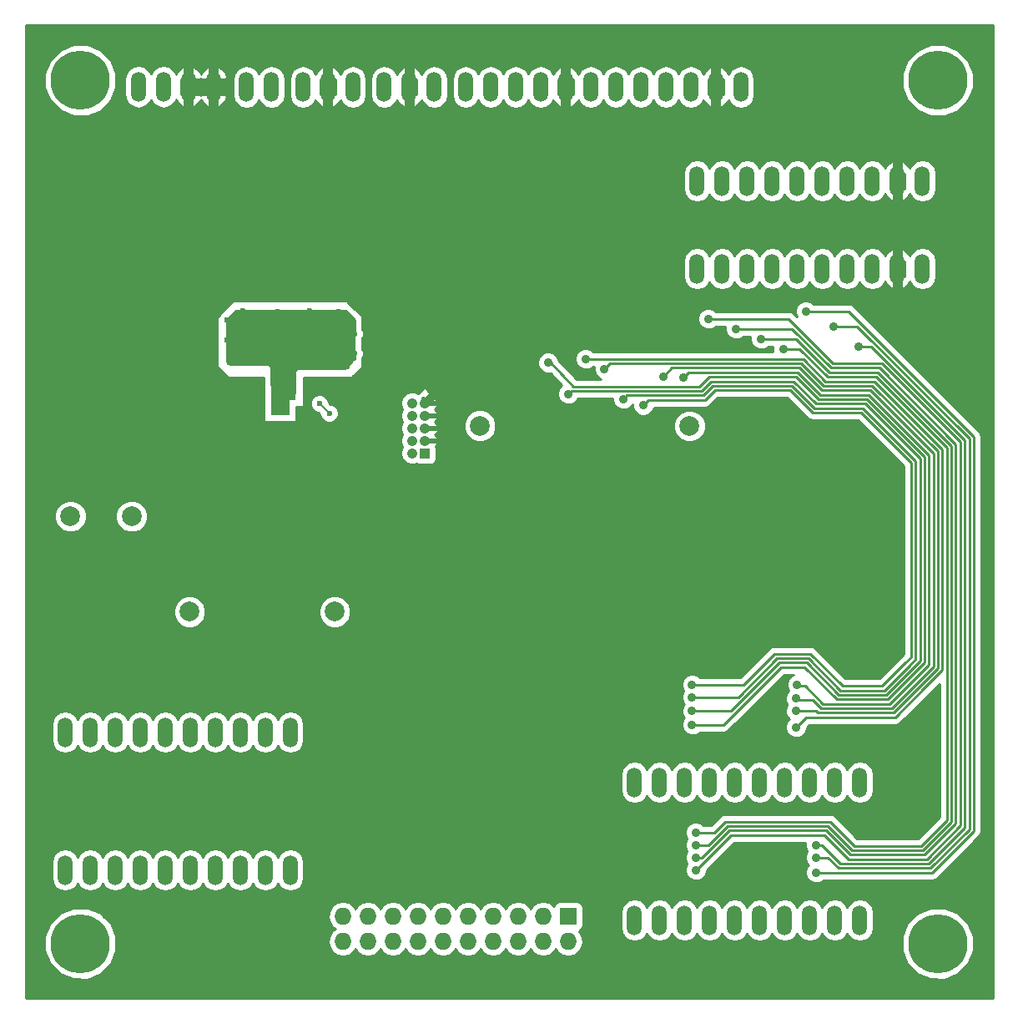
<source format=gbr>
G04 #@! TF.FileFunction,Copper,L4,Bot,Signal*
%FSLAX46Y46*%
G04 Gerber Fmt 4.6, Leading zero omitted, Abs format (unit mm)*
G04 Created by KiCad (PCBNEW 4.0.2+e4-6225~38~ubuntu15.04.1-stable) date Do 30 Jun 2016 00:48:15 CEST*
%MOMM*%
G01*
G04 APERTURE LIST*
%ADD10C,0.150000*%
%ADD11O,1.506220X3.014980*%
%ADD12R,1.727200X1.727200*%
%ADD13O,1.727200X1.727200*%
%ADD14R,1.050000X1.050000*%
%ADD15C,1.050000*%
%ADD16C,6.000000*%
%ADD17C,0.889000*%
%ADD18C,0.600000*%
%ADD19C,2.000000*%
%ADD20C,0.512000*%
%ADD21C,0.254000*%
%ADD22C,0.762000*%
%ADD23C,0.508000*%
%ADD24C,0.200000*%
%ADD25C,0.100000*%
G04 APERTURE END LIST*
D10*
D11*
X4695000Y-72340280D03*
X7235000Y-72340280D03*
X9775000Y-72340280D03*
X12315000Y-72340280D03*
X27555000Y-72340280D03*
X25015000Y-72340280D03*
X22475000Y-72340280D03*
X19935000Y-72340280D03*
X17395000Y-72340280D03*
X14855000Y-72340280D03*
D12*
X55749000Y-91009280D03*
D13*
X55749000Y-93549280D03*
X53209000Y-91009280D03*
X53209000Y-93549280D03*
X50669000Y-91009280D03*
X50669000Y-93549280D03*
X48129000Y-91009280D03*
X48129000Y-93549280D03*
X45589000Y-91009280D03*
X45589000Y-93549280D03*
X43049000Y-91009280D03*
X43049000Y-93549280D03*
X40509000Y-91009280D03*
X40509000Y-93549280D03*
X37969000Y-91009280D03*
X37969000Y-93549280D03*
X35429000Y-91009280D03*
X35429000Y-93549280D03*
X32889000Y-91009280D03*
X32889000Y-93549280D03*
D14*
X41200000Y-44050000D03*
D15*
X41200000Y-42780000D03*
X41200000Y-41510000D03*
X41200000Y-40240000D03*
X41200000Y-38970000D03*
X39930000Y-42780000D03*
X39930000Y-41510000D03*
X39930000Y-40240000D03*
X39930000Y-38970000D03*
X39930000Y-44050000D03*
D11*
X19757200Y-6909880D03*
X17217200Y-6909880D03*
X14677200Y-6909880D03*
X12137200Y-6909880D03*
X42160000Y-6935280D03*
X39620000Y-6935280D03*
X37080000Y-6935280D03*
X33905000Y-6935280D03*
X31365000Y-6935280D03*
X28825000Y-6935280D03*
X4695000Y-86310280D03*
X7235000Y-86310280D03*
X9775000Y-86310280D03*
X12315000Y-86310280D03*
X27555000Y-86310280D03*
X25015000Y-86310280D03*
X22475000Y-86310280D03*
X19935000Y-86310280D03*
X17395000Y-86310280D03*
X14855000Y-86310280D03*
X25650000Y-6935280D03*
X23110000Y-6935280D03*
X62480000Y-77420280D03*
X65020000Y-77420280D03*
X67560000Y-77420280D03*
X70100000Y-77420280D03*
X85340000Y-77420280D03*
X82800000Y-77420280D03*
X80260000Y-77420280D03*
X77720000Y-77420280D03*
X75180000Y-77420280D03*
X72640000Y-77420280D03*
X68830000Y-16460280D03*
X71370000Y-16460280D03*
X73910000Y-16460280D03*
X76450000Y-16460280D03*
X91690000Y-16460280D03*
X89150000Y-16460280D03*
X86610000Y-16460280D03*
X84070000Y-16460280D03*
X81530000Y-16460280D03*
X78990000Y-16460280D03*
X62480000Y-91390280D03*
X65020000Y-91390280D03*
X67560000Y-91390280D03*
X70100000Y-91390280D03*
X85340000Y-91390280D03*
X82800000Y-91390280D03*
X80260000Y-91390280D03*
X77720000Y-91390280D03*
X75180000Y-91390280D03*
X72640000Y-91390280D03*
X68830000Y-25350280D03*
X71370000Y-25350280D03*
X73910000Y-25350280D03*
X76450000Y-25350280D03*
X91690000Y-25350280D03*
X89150000Y-25350280D03*
X86610000Y-25350280D03*
X84070000Y-25350280D03*
X81530000Y-25350280D03*
X78990000Y-25350280D03*
X58035000Y-6935280D03*
X55495000Y-6935280D03*
X52955000Y-6935280D03*
X50415000Y-6935280D03*
X47875000Y-6935280D03*
X45335000Y-6935280D03*
X73275000Y-6935280D03*
X70735000Y-6935280D03*
X68195000Y-6935280D03*
X65655000Y-6935280D03*
X63115000Y-6935280D03*
X60575000Y-6935280D03*
D16*
X93250000Y-93750280D03*
X6250000Y-6250280D03*
X93250000Y-6250280D03*
X6250000Y-93750280D03*
D17*
X37334000Y-33986280D03*
X46478000Y-21794280D03*
X36826000Y-21286280D03*
X35810000Y-61926280D03*
X42750000Y-79750000D03*
X38250000Y-79750000D03*
X38750000Y-84750000D03*
X45750000Y-85750000D03*
X49250000Y-85750000D03*
X49250000Y-80250000D03*
X45750000Y-75750000D03*
X42750000Y-75750000D03*
X42750000Y-73750000D03*
X45750000Y-73750000D03*
X45750000Y-71750000D03*
X42750000Y-71750000D03*
X42750000Y-69750000D03*
X45750000Y-69750000D03*
X45750000Y-67750000D03*
X42750000Y-67750000D03*
X26250000Y-97250000D03*
X57200000Y-87250000D03*
X69350000Y-12050000D03*
X88050000Y-21050000D03*
X43750000Y-38250000D03*
X4250000Y-32250000D03*
X2750000Y-32250000D03*
X46000000Y-48150000D03*
X34050000Y-37000000D03*
X37080000Y-45081000D03*
X36445000Y-42287000D03*
X1250000Y-32250000D03*
X51250000Y-40250000D03*
X49250000Y-40250000D03*
X49250000Y-41750000D03*
X51250000Y-41750000D03*
X50750000Y-44750000D03*
X49250000Y-43250000D03*
X51250000Y-43250000D03*
X55750000Y-44750000D03*
X55250000Y-43250000D03*
X53250000Y-43250000D03*
X84750000Y-59250000D03*
X82750000Y-59250000D03*
X80250000Y-59250000D03*
X78250000Y-59250000D03*
X76250000Y-59250000D03*
X74250000Y-59250000D03*
X72250000Y-59250000D03*
X70250000Y-59250000D03*
X68250000Y-59250000D03*
X66250000Y-59250000D03*
X64250000Y-59250000D03*
X62250000Y-59250000D03*
X60250000Y-59250000D03*
X58250000Y-59250000D03*
X56250000Y-59250000D03*
X54750000Y-58250000D03*
X57750000Y-75750000D03*
X59250000Y-68250000D03*
X60750000Y-62750000D03*
X89250000Y-72250000D03*
X87750000Y-72250000D03*
X86250000Y-72250000D03*
X88388000Y-63323280D03*
X88388000Y-62053280D03*
X88388000Y-60656280D03*
X88261000Y-50750280D03*
X88261000Y-48972280D03*
X88261000Y-47194280D03*
X88261000Y-45670280D03*
X89150000Y-30938280D03*
X87880000Y-30938280D03*
X87880000Y-29414280D03*
X89150000Y-29414280D03*
X84750000Y-72250000D03*
X32571500Y-56193500D03*
X51431000Y-58924000D03*
X49907000Y-60956000D03*
X46668500Y-66861500D03*
X43684000Y-63496000D03*
X37143500Y-63178500D03*
X41715500Y-60067000D03*
X38477000Y-61019500D03*
X70700000Y-65550000D03*
X30550000Y-51250000D03*
X29650000Y-86450000D03*
X31301500Y-83198780D03*
X20450000Y-43250000D03*
X22475000Y-67941000D03*
X19250000Y-41050000D03*
X28250000Y-67850000D03*
X8050000Y-40650000D03*
X13966000Y-33651000D03*
X7108000Y-61718000D03*
X7362000Y-59940000D03*
X5584000Y-77720000D03*
X18919000Y-58289000D03*
D18*
X20062000Y-45543280D03*
X18665000Y-30095000D03*
X42160000Y-27936000D03*
D17*
X33397000Y-24126000D03*
X31873000Y-24126000D03*
D18*
X67650000Y-31850000D03*
X67650000Y-33050000D03*
X25650000Y-41150000D03*
D17*
X18250000Y-10750000D03*
X18250000Y-12250000D03*
X18250000Y-13750000D03*
X19750000Y-13750000D03*
X19750000Y-12250000D03*
X19750000Y-10750000D03*
X10250000Y-14250000D03*
X8750000Y-14250000D03*
X7250000Y-14250000D03*
X5750000Y-14250000D03*
X12250000Y-17250000D03*
X12250000Y-18750000D03*
X16250000Y-20750000D03*
X12250000Y-20750000D03*
X31428500Y-13285280D03*
X27491500Y-76975780D03*
X37080000Y-27826780D03*
X50034000Y-18174780D03*
X49145000Y-21540280D03*
X73021000Y-44463780D03*
X82482500Y-44590780D03*
X82419000Y-43384280D03*
X84387500Y-42431780D03*
X85086000Y-43320780D03*
X85086000Y-44908280D03*
X85086000Y-46114780D03*
X84959000Y-47321280D03*
X66607500Y-44527280D03*
X65147000Y-44019280D03*
X66036000Y-42304780D03*
X71370000Y-44781280D03*
X71179500Y-43384280D03*
X26666000Y-56465280D03*
X27174000Y-57862280D03*
X71370000Y-46178280D03*
X67814000Y-47194280D03*
X67814000Y-46178280D03*
X29206000Y-43130280D03*
X33524000Y-42541000D03*
X80895000Y-83770280D03*
X85213000Y-33224280D03*
X80895000Y-85040280D03*
X82673000Y-31192280D03*
X80895000Y-86564280D03*
X79879000Y-29668280D03*
X77593000Y-33478280D03*
X68703000Y-82500280D03*
X75307000Y-32462280D03*
X68703000Y-83770280D03*
X78863000Y-70181280D03*
X59432000Y-35510280D03*
X78863000Y-71832280D03*
X57527000Y-34494280D03*
X78990000Y-67514280D03*
X67433000Y-36399280D03*
X78863000Y-68911280D03*
X65401000Y-36272280D03*
X68322000Y-68784280D03*
X61337000Y-38558280D03*
X68322000Y-67514280D03*
X63369000Y-39193280D03*
X68322000Y-71578280D03*
X53717000Y-34875280D03*
X68322000Y-70181280D03*
X55749000Y-38050280D03*
D18*
X34050000Y-33950000D03*
X34050000Y-31950000D03*
X30550000Y-35350000D03*
X28190000Y-35256280D03*
X28150000Y-35250000D03*
X21150000Y-30550000D03*
X21150000Y-32550000D03*
X21350000Y-34850000D03*
X22750000Y-29650000D03*
X27850000Y-38050000D03*
X25777000Y-35256280D03*
X25950000Y-37450000D03*
X26250000Y-29668280D03*
X29550000Y-29650000D03*
X32450000Y-29668280D03*
X33650000Y-30250000D03*
X33350000Y-35250000D03*
D17*
X69973000Y-30430280D03*
X68703000Y-86310280D03*
X72767000Y-31446280D03*
X68703000Y-85040280D03*
D19*
X17331500Y-60130500D03*
X32063500Y-60130500D03*
D18*
X31500000Y-40000000D03*
X30500000Y-39000000D03*
D19*
X5250000Y-50450000D03*
X11450000Y-50450000D03*
X68068000Y-41288780D03*
X46795500Y-41271000D03*
D20*
X91218000Y-92480280D02*
X91980000Y-92480280D01*
X91980000Y-92480280D02*
X93250000Y-93750280D01*
X5234000Y-7266280D02*
X6250000Y-6250280D01*
X94520000Y-4980280D02*
X93250000Y-6250280D01*
X4472000Y-95274280D02*
X4726000Y-95274280D01*
X4726000Y-95274280D02*
X6250000Y-93750280D01*
D21*
X45462000Y-20778280D02*
X45970000Y-21286280D01*
X45970000Y-21286280D02*
X46478000Y-21794280D01*
X43938000Y-20778280D02*
X45462000Y-20778280D01*
D22*
X38250000Y-79750000D02*
X42750000Y-79750000D01*
X44750000Y-84750000D02*
X38750000Y-84750000D01*
X45750000Y-85750000D02*
X44750000Y-84750000D01*
X49250000Y-80250000D02*
X49250000Y-85750000D01*
X42750000Y-75750000D02*
X45750000Y-75750000D01*
X45750000Y-73750000D02*
X42750000Y-73750000D01*
X42750000Y-71750000D02*
X45750000Y-71750000D01*
X45750000Y-69750000D02*
X42750000Y-69750000D01*
X42750000Y-67750000D02*
X45750000Y-67750000D01*
D23*
X41200000Y-38970000D02*
X43030000Y-38970000D01*
X43030000Y-38970000D02*
X43750000Y-38250000D01*
X41200000Y-40240000D02*
X43240000Y-40240000D01*
X43240000Y-40240000D02*
X43250000Y-40250000D01*
X41200000Y-41510000D02*
X43490000Y-41510000D01*
X43490000Y-41510000D02*
X43750000Y-41250000D01*
X41200000Y-42780000D02*
X43220000Y-42780000D01*
X43220000Y-42780000D02*
X43250000Y-42750000D01*
D20*
X49250000Y-40250000D02*
X51250000Y-40250000D01*
X51250000Y-41750000D02*
X49250000Y-41750000D01*
X51250000Y-43250000D02*
X49250000Y-43250000D01*
X53250000Y-43250000D02*
X55250000Y-43250000D01*
X82750000Y-59250000D02*
X84750000Y-59250000D01*
X78250000Y-59250000D02*
X80250000Y-59250000D01*
X74250000Y-59250000D02*
X76250000Y-59250000D01*
X70250000Y-59250000D02*
X72250000Y-59250000D01*
X66250000Y-59250000D02*
X68250000Y-59250000D01*
X62250000Y-59250000D02*
X64250000Y-59250000D01*
X58250000Y-59250000D02*
X60250000Y-59250000D01*
X55750000Y-59250000D02*
X56250000Y-59250000D01*
X54750000Y-58250000D02*
X55750000Y-59250000D01*
X84750000Y-72250000D02*
X86250000Y-72250000D01*
X89250000Y-72250000D02*
X87750000Y-72250000D01*
D21*
X88388000Y-60656280D02*
X88388000Y-62053280D01*
X88261000Y-48972280D02*
X88261000Y-50750280D01*
X88261000Y-45670280D02*
X88261000Y-47194280D01*
X87880000Y-30938280D02*
X89150000Y-30938280D01*
X89150000Y-29414280D02*
X87880000Y-29414280D01*
D23*
X46668500Y-66480500D02*
X46668500Y-66861500D01*
X43684000Y-63496000D02*
X46668500Y-66480500D01*
X39429500Y-60067000D02*
X41715500Y-60067000D01*
X38477000Y-61019500D02*
X39429500Y-60067000D01*
D24*
X30500000Y-51200000D02*
X30550000Y-51250000D01*
X30500000Y-51200000D02*
X30500000Y-50950000D01*
X19250000Y-41050000D02*
X19250000Y-42050000D01*
X19250000Y-42050000D02*
X20450000Y-43250000D01*
X22475000Y-67941000D02*
X28159000Y-67941000D01*
X28159000Y-67941000D02*
X28250000Y-67850000D01*
X31301500Y-84798500D02*
X31301500Y-83198780D01*
X29650000Y-86450000D02*
X31301500Y-84798500D01*
D23*
X7108000Y-60194000D02*
X7108000Y-61718000D01*
X7362000Y-59940000D02*
X7108000Y-60194000D01*
X3552000Y-77720000D02*
X5584000Y-77720000D01*
D24*
X20062000Y-45543280D02*
X20062000Y-45589000D01*
D20*
X31873000Y-24126000D02*
X33397000Y-24126000D01*
D24*
X67650000Y-33050000D02*
X67650000Y-31850000D01*
D20*
X18250000Y-12250000D02*
X18250000Y-10750000D01*
X19750000Y-13750000D02*
X18250000Y-13750000D01*
X19750000Y-10750000D02*
X19750000Y-12250000D01*
X8750000Y-14250000D02*
X10250000Y-14250000D01*
X5750000Y-14250000D02*
X7250000Y-14250000D01*
X12250000Y-17250000D02*
X12250000Y-18750000D01*
X14250000Y-20750000D02*
X16250000Y-20750000D01*
X12250000Y-20750000D02*
X14250000Y-20750000D01*
X50034000Y-20651280D02*
X50034000Y-18174780D01*
X49145000Y-21540280D02*
X50034000Y-20651280D01*
X71370000Y-44781280D02*
X72703500Y-44781280D01*
X72703500Y-44781280D02*
X73021000Y-44463780D01*
X83435000Y-43384280D02*
X82419000Y-43384280D01*
X84387500Y-42431780D02*
X83435000Y-43384280D01*
X85086000Y-44908280D02*
X85086000Y-43320780D01*
X85086000Y-47194280D02*
X85086000Y-46114780D01*
X84959000Y-47321280D02*
X85086000Y-47194280D01*
X67814000Y-45733780D02*
X67814000Y-46178280D01*
X66607500Y-44527280D02*
X67814000Y-45733780D01*
X65147000Y-43193780D02*
X65147000Y-44019280D01*
X66036000Y-42304780D02*
X65147000Y-43193780D01*
X71370000Y-43574780D02*
X71370000Y-44781280D01*
X71179500Y-43384280D02*
X71370000Y-43574780D01*
D23*
X26666000Y-56465280D02*
X26666000Y-57354280D01*
X26666000Y-57354280D02*
X27174000Y-57862280D01*
D20*
X71370000Y-46178280D02*
X67814000Y-46178280D01*
X67814000Y-47194280D02*
X67814000Y-46178280D01*
D21*
X90293000Y-85656276D02*
X92315216Y-85656276D01*
X95988996Y-81982496D02*
X95988996Y-80214280D01*
X92315216Y-85656276D02*
X95988996Y-81982496D01*
X80895000Y-83770280D02*
X81483058Y-83770280D01*
X86468888Y-33224280D02*
X85213000Y-33224280D01*
X95988996Y-42744388D02*
X86468888Y-33224280D01*
X95988996Y-80214280D02*
X95988996Y-42744388D01*
X83369054Y-85656276D02*
X90293000Y-85656276D01*
X81483058Y-83770280D02*
X83369054Y-85656276D01*
X90547000Y-86110278D02*
X92503270Y-86110278D01*
X96442998Y-82170550D02*
X96442998Y-80722280D01*
X92503270Y-86110278D02*
X96442998Y-82170550D01*
X80895000Y-85040280D02*
X82111002Y-85040280D01*
X85078944Y-31192280D02*
X82673000Y-31192280D01*
X96442998Y-42556334D02*
X85078944Y-31192280D01*
X96442998Y-80722280D02*
X96442998Y-42556334D01*
X83181000Y-86110278D02*
X90547000Y-86110278D01*
X82111002Y-85040280D02*
X83181000Y-86110278D01*
X90547000Y-86564280D02*
X92691324Y-86564280D01*
X96897000Y-82358604D02*
X96897000Y-80468280D01*
X92691324Y-86564280D02*
X96897000Y-82358604D01*
X84197000Y-29668280D02*
X79879000Y-29668280D01*
X80895000Y-86564280D02*
X90547000Y-86564280D01*
X96897000Y-80468280D02*
X96897000Y-42368280D01*
X96897000Y-42368280D02*
X84197000Y-29668280D01*
X68703000Y-82500280D02*
X70586832Y-82500280D01*
X86986672Y-36310288D02*
X85850000Y-36310288D01*
X94172988Y-43496604D02*
X86986672Y-36310288D01*
X94172988Y-81230280D02*
X94172988Y-43496604D01*
X91563000Y-83840268D02*
X94172988Y-81230280D01*
X84766436Y-83840268D02*
X91563000Y-83840268D01*
X82314162Y-81387994D02*
X84766436Y-83840268D01*
X71699118Y-81387994D02*
X82314162Y-81387994D01*
X70586832Y-82500280D02*
X71699118Y-81387994D01*
X79222832Y-33478280D02*
X77593000Y-33478280D01*
X82054840Y-36310288D02*
X79222832Y-33478280D01*
X85850000Y-36310288D02*
X82054840Y-36310288D01*
X85450000Y-35856286D02*
X87174726Y-35856286D01*
X69958888Y-83770280D02*
X68703000Y-83770280D01*
X71887172Y-81841996D02*
X69958888Y-83770280D01*
X82126108Y-81841996D02*
X71887172Y-81841996D01*
X84578382Y-84294270D02*
X82126108Y-81841996D01*
X91751054Y-84294270D02*
X84578382Y-84294270D01*
X94626990Y-81418334D02*
X91751054Y-84294270D01*
X94626990Y-43308550D02*
X94626990Y-81418334D01*
X87174726Y-35856286D02*
X94626990Y-43308550D01*
X85450000Y-35856286D02*
X82242894Y-35856286D01*
X82242894Y-35856286D02*
X78848888Y-32462280D01*
X78848888Y-32462280D02*
X75307000Y-32462280D01*
X83950000Y-37218292D02*
X86610564Y-37218292D01*
X93264984Y-65856224D02*
X90310604Y-68810604D01*
X93264984Y-43872712D02*
X93264984Y-65856224D01*
X86610564Y-37218292D02*
X93264984Y-43872712D01*
X79625000Y-70181280D02*
X80914004Y-70181280D01*
X78863000Y-70181280D02*
X79625000Y-70181280D01*
X89298964Y-69822244D02*
X90310604Y-68810604D01*
X88758930Y-70362278D02*
X89298964Y-69822244D01*
X81095002Y-70362278D02*
X88758930Y-70362278D01*
X80914004Y-70181280D02*
X81095002Y-70362278D01*
X59993998Y-34948282D02*
X59432000Y-35510280D01*
X79408722Y-34948282D02*
X59993998Y-34948282D01*
X81678732Y-37218292D02*
X79408722Y-34948282D01*
X83950000Y-37218292D02*
X81678732Y-37218292D01*
X85050000Y-36764290D02*
X86798618Y-36764290D01*
X93718986Y-66044278D02*
X92031632Y-67731632D01*
X93718986Y-43684658D02*
X93718986Y-66044278D01*
X86798618Y-36764290D02*
X93718986Y-43684658D01*
X58035000Y-34494280D02*
X57527000Y-34494280D01*
X88946984Y-70816280D02*
X92031632Y-67731632D01*
X79879000Y-70816280D02*
X88946984Y-70816280D01*
X78863000Y-71832280D02*
X79879000Y-70816280D01*
X85050000Y-36764290D02*
X81866786Y-36764290D01*
X81866786Y-36764290D02*
X79596776Y-34494280D01*
X79596776Y-34494280D02*
X58035000Y-34494280D01*
X84250000Y-38126296D02*
X86234456Y-38126296D01*
X92356980Y-65480116D02*
X91518548Y-66318548D01*
X92356980Y-44248820D02*
X92356980Y-65480116D01*
X86234456Y-38126296D02*
X92356980Y-44248820D01*
X78990000Y-67514280D02*
X79117000Y-67641280D01*
X79117000Y-67641280D02*
X79778060Y-67641280D01*
X79778060Y-67641280D02*
X81591054Y-69454274D01*
X81591054Y-69454274D02*
X88382822Y-69454274D01*
X88382822Y-69454274D02*
X91518548Y-66318548D01*
X67975994Y-35856286D02*
X67433000Y-36399280D01*
X79032614Y-35856286D02*
X67975994Y-35856286D01*
X81302624Y-38126296D02*
X79032614Y-35856286D01*
X84250000Y-38126296D02*
X81302624Y-38126296D01*
X82850000Y-37672294D02*
X86422510Y-37672294D01*
X92810982Y-65668170D02*
X92039576Y-66439576D01*
X92810982Y-44060766D02*
X92810982Y-65668170D01*
X86422510Y-37672294D02*
X92810982Y-44060766D01*
X78863000Y-68911280D02*
X78990000Y-69038280D01*
X78990000Y-69038280D02*
X80533004Y-69038280D01*
X80533004Y-69038280D02*
X81403000Y-69908276D01*
X81403000Y-69908276D02*
X88570876Y-69908276D01*
X88570876Y-69908276D02*
X92039576Y-66439576D01*
X66270996Y-35402284D02*
X65401000Y-36272280D01*
X79220668Y-35402284D02*
X66270996Y-35402284D01*
X81490678Y-37672294D02*
X79220668Y-35402284D01*
X82850000Y-37672294D02*
X81490678Y-37672294D01*
X83950000Y-39488302D02*
X85670294Y-39488302D01*
X90994974Y-64915954D02*
X90355464Y-65555464D01*
X90994974Y-44812982D02*
X90994974Y-64915954D01*
X85670294Y-39488302D02*
X90994974Y-44812982D01*
X68322000Y-68784280D02*
X72132000Y-68784280D01*
X72132000Y-68784280D02*
X72139056Y-68777224D01*
X72139056Y-68777224D02*
X73013944Y-68777224D01*
X73013944Y-68777224D02*
X76962892Y-64828276D01*
X76962892Y-64828276D02*
X80128108Y-64828276D01*
X80128108Y-64828276D02*
X83392100Y-68092268D01*
X83392100Y-68092268D02*
X87818660Y-68092268D01*
X87818660Y-68092268D02*
X90355464Y-65555464D01*
X61698996Y-38196284D02*
X61337000Y-38558280D01*
X69460108Y-38196284D02*
X61698996Y-38196284D01*
X70438100Y-37218292D02*
X69460108Y-38196284D01*
X78468452Y-37218292D02*
X70438100Y-37218292D01*
X80738462Y-39488302D02*
X78468452Y-37218292D01*
X83950000Y-39488302D02*
X80738462Y-39488302D01*
X83450000Y-39942304D02*
X85482240Y-39942304D01*
X90540972Y-64727900D02*
X89984436Y-65284436D01*
X90540972Y-45001036D02*
X90540972Y-64727900D01*
X85482240Y-39942304D02*
X90540972Y-45001036D01*
X68322000Y-67514280D02*
X72513000Y-67514280D01*
X72513000Y-67514280D02*
X73529000Y-67514280D01*
X73529000Y-67514280D02*
X76669006Y-64374274D01*
X76669006Y-64374274D02*
X80316162Y-64374274D01*
X80316162Y-64374274D02*
X83580154Y-67638266D01*
X83580154Y-67638266D02*
X87630606Y-67638266D01*
X87630606Y-67638266D02*
X89984436Y-65284436D01*
X63911994Y-38650286D02*
X63369000Y-39193280D01*
X69648162Y-38650286D02*
X63911994Y-38650286D01*
X70626154Y-37672294D02*
X69648162Y-38650286D01*
X78280398Y-37672294D02*
X70626154Y-37672294D01*
X80550408Y-39942304D02*
X78280398Y-37672294D01*
X83450000Y-39942304D02*
X80550408Y-39942304D01*
X84550000Y-38580298D02*
X86046402Y-38580298D01*
X91902978Y-65292062D02*
X91347520Y-65847520D01*
X91902978Y-44436874D02*
X91902978Y-65292062D01*
X86046402Y-38580298D02*
X91902978Y-44436874D01*
X68322000Y-71578280D02*
X71497000Y-71578280D01*
X71497000Y-71578280D02*
X77339000Y-65736280D01*
X77339000Y-65736280D02*
X79752000Y-65736280D01*
X79752000Y-65736280D02*
X83015992Y-69000272D01*
X83015992Y-69000272D02*
X88194768Y-69000272D01*
X88194768Y-69000272D02*
X91347520Y-65847520D01*
X53971000Y-34875280D02*
X53717000Y-34875280D01*
X56257000Y-37288280D02*
X53971000Y-34875280D01*
X69084000Y-37288280D02*
X56257000Y-37288280D01*
X70061992Y-36310288D02*
X69084000Y-37288280D01*
X78844560Y-36310288D02*
X70061992Y-36310288D01*
X81114570Y-38580298D02*
X78844560Y-36310288D01*
X84550000Y-38580298D02*
X81114570Y-38580298D01*
X84550000Y-39034300D02*
X85858348Y-39034300D01*
X91448976Y-65104008D02*
X90876492Y-65676492D01*
X91448976Y-44624928D02*
X91448976Y-65104008D01*
X85858348Y-39034300D02*
X91448976Y-44624928D01*
X68322000Y-70181280D02*
X71116000Y-70181280D01*
X71116000Y-70181280D02*
X71119528Y-70177752D01*
X71119528Y-70177752D02*
X72255472Y-70177752D01*
X72255472Y-70177752D02*
X77150946Y-65282278D01*
X77150946Y-65282278D02*
X79940054Y-65282278D01*
X79940054Y-65282278D02*
X83204046Y-68546270D01*
X83204046Y-68546270D02*
X88006714Y-68546270D01*
X88006714Y-68546270D02*
X90876492Y-65676492D01*
X56056998Y-37742282D02*
X55749000Y-38050280D01*
X69272054Y-37742282D02*
X56056998Y-37742282D01*
X70250046Y-36764290D02*
X69272054Y-37742282D01*
X78656506Y-36764290D02*
X70250046Y-36764290D01*
X80926516Y-39034300D02*
X78656506Y-36764290D01*
X84550000Y-39034300D02*
X80926516Y-39034300D01*
D24*
X33350000Y-35250000D02*
X34050000Y-34550000D01*
X34050000Y-34550000D02*
X34050000Y-33950000D01*
X34050000Y-31950000D02*
X34050000Y-32050000D01*
X34050000Y-32050000D02*
X34050000Y-33950000D01*
X33350000Y-35250000D02*
X33150000Y-35450000D01*
X33150000Y-35450000D02*
X30650000Y-35450000D01*
X30650000Y-35450000D02*
X30550000Y-35350000D01*
X28190000Y-35256280D02*
X28183720Y-35250000D01*
X28183720Y-35250000D02*
X28150000Y-35250000D01*
X21150000Y-34650000D02*
X21150000Y-32550000D01*
X21350000Y-34850000D02*
X21150000Y-34650000D01*
X21150000Y-30550000D02*
X22050000Y-29650000D01*
X22050000Y-29650000D02*
X22750000Y-29650000D01*
D21*
X27950000Y-35750000D02*
X28250000Y-35450000D01*
X27850000Y-38050000D02*
X27950000Y-37950000D01*
X27950000Y-37950000D02*
X27950000Y-35750000D01*
X30050000Y-35450000D02*
X31550000Y-35450000D01*
X31550000Y-35450000D02*
X33150000Y-35450000D01*
X28250000Y-35450000D02*
X30050000Y-35450000D01*
X21550000Y-35050000D02*
X21450000Y-35050000D01*
X22050000Y-29650000D02*
X26231720Y-29650000D01*
X21150000Y-30550000D02*
X22050000Y-29650000D01*
X21150000Y-34750000D02*
X21150000Y-30550000D01*
X21450000Y-35050000D02*
X21150000Y-34750000D01*
X26231720Y-29650000D02*
X29550000Y-29650000D01*
X29550000Y-29650000D02*
X29568280Y-29668280D01*
X29568280Y-29668280D02*
X33068280Y-29668280D01*
X33068280Y-29668280D02*
X33650000Y-30250000D01*
X33650000Y-30250000D02*
X33750000Y-30250000D01*
X33750000Y-30250000D02*
X34050000Y-30550000D01*
X34050000Y-30550000D02*
X33450000Y-29950000D01*
X33450000Y-29950000D02*
X33150000Y-29650000D01*
X33150000Y-29650000D02*
X32468280Y-29650000D01*
X32468280Y-29650000D02*
X32450000Y-29668280D01*
X25777000Y-35256280D02*
X25770720Y-35250000D01*
X25770720Y-35250000D02*
X25750000Y-35250000D01*
X25650000Y-37150000D02*
X25950000Y-37450000D01*
X25650000Y-35350000D02*
X25650000Y-37150000D01*
X25350000Y-35050000D02*
X25650000Y-35350000D01*
X25050000Y-35050000D02*
X25350000Y-35050000D01*
X21550000Y-35050000D02*
X25050000Y-35050000D01*
X26250000Y-29668280D02*
X26231720Y-29650000D01*
X32431720Y-29650000D02*
X29550000Y-29650000D01*
X32450000Y-29668280D02*
X32431720Y-29650000D01*
X33750000Y-30250000D02*
X33650000Y-30250000D01*
X34050000Y-30550000D02*
X33750000Y-30250000D01*
X34050000Y-32050000D02*
X34050000Y-30550000D01*
X34050000Y-34550000D02*
X34050000Y-33950000D01*
X81750000Y-82750000D02*
X72263280Y-82750000D01*
X87550834Y-34948282D02*
X95534994Y-42932442D01*
X95534994Y-42932442D02*
X95534994Y-81794442D01*
X95534994Y-81794442D02*
X92127162Y-85202274D01*
X92127162Y-85202274D02*
X84202274Y-85202274D01*
X84202274Y-85202274D02*
X81750000Y-82750000D01*
X85050000Y-34948282D02*
X87550834Y-34948282D01*
X72263280Y-82750000D02*
X68703000Y-86310280D01*
X78101000Y-30430280D02*
X69973000Y-30430280D01*
X82619002Y-34948282D02*
X78101000Y-30430280D01*
X85050000Y-34948282D02*
X82619002Y-34948282D01*
X68703000Y-85040280D02*
X69330944Y-85040280D01*
X87362780Y-35402284D02*
X86350000Y-35402284D01*
X95080992Y-43120496D02*
X87362780Y-35402284D01*
X95080992Y-81606388D02*
X95080992Y-43120496D01*
X91939108Y-84748272D02*
X95080992Y-81606388D01*
X84390328Y-84748272D02*
X91939108Y-84748272D01*
X81938054Y-82295998D02*
X84390328Y-84748272D01*
X72075226Y-82295998D02*
X81938054Y-82295998D01*
X69330944Y-85040280D02*
X72075226Y-82295998D01*
X78474944Y-31446280D02*
X72767000Y-31446280D01*
X82430948Y-35402284D02*
X78474944Y-31446280D01*
X86350000Y-35402284D02*
X82430948Y-35402284D01*
D24*
X30500000Y-39000000D02*
X31500000Y-40000000D01*
D21*
G36*
X98815000Y-99315000D02*
X685000Y-99315000D01*
X685000Y-94470154D01*
X2614370Y-94470154D01*
X3166600Y-95806652D01*
X4188249Y-96830086D01*
X5523782Y-97384648D01*
X6969874Y-97385910D01*
X8306372Y-96833680D01*
X9329806Y-95812031D01*
X9884368Y-94476498D01*
X9885630Y-93030406D01*
X9333400Y-91693908D01*
X8620659Y-90979921D01*
X31390400Y-90979921D01*
X31390400Y-91038639D01*
X31504474Y-91612128D01*
X31829330Y-92098309D01*
X32100172Y-92279280D01*
X31829330Y-92460251D01*
X31504474Y-92946432D01*
X31390400Y-93519921D01*
X31390400Y-93578639D01*
X31504474Y-94152128D01*
X31829330Y-94638309D01*
X32315511Y-94963165D01*
X32889000Y-95077239D01*
X33462489Y-94963165D01*
X33948670Y-94638309D01*
X34159000Y-94323528D01*
X34369330Y-94638309D01*
X34855511Y-94963165D01*
X35429000Y-95077239D01*
X36002489Y-94963165D01*
X36488670Y-94638309D01*
X36699000Y-94323528D01*
X36909330Y-94638309D01*
X37395511Y-94963165D01*
X37969000Y-95077239D01*
X38542489Y-94963165D01*
X39028670Y-94638309D01*
X39239000Y-94323528D01*
X39449330Y-94638309D01*
X39935511Y-94963165D01*
X40509000Y-95077239D01*
X41082489Y-94963165D01*
X41568670Y-94638309D01*
X41779000Y-94323528D01*
X41989330Y-94638309D01*
X42475511Y-94963165D01*
X43049000Y-95077239D01*
X43622489Y-94963165D01*
X44108670Y-94638309D01*
X44319000Y-94323528D01*
X44529330Y-94638309D01*
X45015511Y-94963165D01*
X45589000Y-95077239D01*
X46162489Y-94963165D01*
X46648670Y-94638309D01*
X46859000Y-94323528D01*
X47069330Y-94638309D01*
X47555511Y-94963165D01*
X48129000Y-95077239D01*
X48702489Y-94963165D01*
X49188670Y-94638309D01*
X49399000Y-94323528D01*
X49609330Y-94638309D01*
X50095511Y-94963165D01*
X50669000Y-95077239D01*
X51242489Y-94963165D01*
X51728670Y-94638309D01*
X51939000Y-94323528D01*
X52149330Y-94638309D01*
X52635511Y-94963165D01*
X53209000Y-95077239D01*
X53782489Y-94963165D01*
X54268670Y-94638309D01*
X54479000Y-94323528D01*
X54689330Y-94638309D01*
X55175511Y-94963165D01*
X55749000Y-95077239D01*
X56322489Y-94963165D01*
X56808670Y-94638309D01*
X56921027Y-94470154D01*
X89614370Y-94470154D01*
X90166600Y-95806652D01*
X91188249Y-96830086D01*
X92523782Y-97384648D01*
X93969874Y-97385910D01*
X95306372Y-96833680D01*
X96329806Y-95812031D01*
X96884368Y-94476498D01*
X96885630Y-93030406D01*
X96333400Y-91693908D01*
X95311751Y-90670474D01*
X93976218Y-90115912D01*
X92530126Y-90114650D01*
X91193628Y-90666880D01*
X90170194Y-91688529D01*
X89615632Y-93024062D01*
X89614370Y-94470154D01*
X56921027Y-94470154D01*
X57133526Y-94152128D01*
X57247600Y-93578639D01*
X57247600Y-93519921D01*
X57133526Y-92946432D01*
X56822426Y-92480838D01*
X56847917Y-92476042D01*
X57064041Y-92336970D01*
X57209031Y-92124770D01*
X57260040Y-91872880D01*
X57260040Y-90593926D01*
X61091890Y-90593926D01*
X61091890Y-92186634D01*
X61197554Y-92717841D01*
X61498458Y-93168176D01*
X61948793Y-93469080D01*
X62480000Y-93574744D01*
X63011207Y-93469080D01*
X63461542Y-93168176D01*
X63750000Y-92736468D01*
X64038458Y-93168176D01*
X64488793Y-93469080D01*
X65020000Y-93574744D01*
X65551207Y-93469080D01*
X66001542Y-93168176D01*
X66290000Y-92736468D01*
X66578458Y-93168176D01*
X67028793Y-93469080D01*
X67560000Y-93574744D01*
X68091207Y-93469080D01*
X68541542Y-93168176D01*
X68830000Y-92736468D01*
X69118458Y-93168176D01*
X69568793Y-93469080D01*
X70100000Y-93574744D01*
X70631207Y-93469080D01*
X71081542Y-93168176D01*
X71370000Y-92736468D01*
X71658458Y-93168176D01*
X72108793Y-93469080D01*
X72640000Y-93574744D01*
X73171207Y-93469080D01*
X73621542Y-93168176D01*
X73910000Y-92736468D01*
X74198458Y-93168176D01*
X74648793Y-93469080D01*
X75180000Y-93574744D01*
X75711207Y-93469080D01*
X76161542Y-93168176D01*
X76450000Y-92736468D01*
X76738458Y-93168176D01*
X77188793Y-93469080D01*
X77720000Y-93574744D01*
X78251207Y-93469080D01*
X78701542Y-93168176D01*
X78990000Y-92736468D01*
X79278458Y-93168176D01*
X79728793Y-93469080D01*
X80260000Y-93574744D01*
X80791207Y-93469080D01*
X81241542Y-93168176D01*
X81530000Y-92736468D01*
X81818458Y-93168176D01*
X82268793Y-93469080D01*
X82800000Y-93574744D01*
X83331207Y-93469080D01*
X83781542Y-93168176D01*
X84070000Y-92736468D01*
X84358458Y-93168176D01*
X84808793Y-93469080D01*
X85340000Y-93574744D01*
X85871207Y-93469080D01*
X86321542Y-93168176D01*
X86622446Y-92717841D01*
X86728110Y-92186634D01*
X86728110Y-90593926D01*
X86622446Y-90062719D01*
X86321542Y-89612384D01*
X85871207Y-89311480D01*
X85340000Y-89205816D01*
X84808793Y-89311480D01*
X84358458Y-89612384D01*
X84070000Y-90044092D01*
X83781542Y-89612384D01*
X83331207Y-89311480D01*
X82800000Y-89205816D01*
X82268793Y-89311480D01*
X81818458Y-89612384D01*
X81530000Y-90044092D01*
X81241542Y-89612384D01*
X80791207Y-89311480D01*
X80260000Y-89205816D01*
X79728793Y-89311480D01*
X79278458Y-89612384D01*
X78990000Y-90044092D01*
X78701542Y-89612384D01*
X78251207Y-89311480D01*
X77720000Y-89205816D01*
X77188793Y-89311480D01*
X76738458Y-89612384D01*
X76450000Y-90044092D01*
X76161542Y-89612384D01*
X75711207Y-89311480D01*
X75180000Y-89205816D01*
X74648793Y-89311480D01*
X74198458Y-89612384D01*
X73910000Y-90044092D01*
X73621542Y-89612384D01*
X73171207Y-89311480D01*
X72640000Y-89205816D01*
X72108793Y-89311480D01*
X71658458Y-89612384D01*
X71370000Y-90044092D01*
X71081542Y-89612384D01*
X70631207Y-89311480D01*
X70100000Y-89205816D01*
X69568793Y-89311480D01*
X69118458Y-89612384D01*
X68830000Y-90044092D01*
X68541542Y-89612384D01*
X68091207Y-89311480D01*
X67560000Y-89205816D01*
X67028793Y-89311480D01*
X66578458Y-89612384D01*
X66290000Y-90044092D01*
X66001542Y-89612384D01*
X65551207Y-89311480D01*
X65020000Y-89205816D01*
X64488793Y-89311480D01*
X64038458Y-89612384D01*
X63750000Y-90044092D01*
X63461542Y-89612384D01*
X63011207Y-89311480D01*
X62480000Y-89205816D01*
X61948793Y-89311480D01*
X61498458Y-89612384D01*
X61197554Y-90062719D01*
X61091890Y-90593926D01*
X57260040Y-90593926D01*
X57260040Y-90145680D01*
X57215762Y-89910363D01*
X57076690Y-89694239D01*
X56864490Y-89549249D01*
X56612600Y-89498240D01*
X54885400Y-89498240D01*
X54650083Y-89542518D01*
X54433959Y-89681590D01*
X54288969Y-89893790D01*
X54280136Y-89937411D01*
X54268670Y-89920251D01*
X53782489Y-89595395D01*
X53209000Y-89481321D01*
X52635511Y-89595395D01*
X52149330Y-89920251D01*
X51939000Y-90235032D01*
X51728670Y-89920251D01*
X51242489Y-89595395D01*
X50669000Y-89481321D01*
X50095511Y-89595395D01*
X49609330Y-89920251D01*
X49399000Y-90235032D01*
X49188670Y-89920251D01*
X48702489Y-89595395D01*
X48129000Y-89481321D01*
X47555511Y-89595395D01*
X47069330Y-89920251D01*
X46859000Y-90235032D01*
X46648670Y-89920251D01*
X46162489Y-89595395D01*
X45589000Y-89481321D01*
X45015511Y-89595395D01*
X44529330Y-89920251D01*
X44319000Y-90235032D01*
X44108670Y-89920251D01*
X43622489Y-89595395D01*
X43049000Y-89481321D01*
X42475511Y-89595395D01*
X41989330Y-89920251D01*
X41779000Y-90235032D01*
X41568670Y-89920251D01*
X41082489Y-89595395D01*
X40509000Y-89481321D01*
X39935511Y-89595395D01*
X39449330Y-89920251D01*
X39239000Y-90235032D01*
X39028670Y-89920251D01*
X38542489Y-89595395D01*
X37969000Y-89481321D01*
X37395511Y-89595395D01*
X36909330Y-89920251D01*
X36699000Y-90235032D01*
X36488670Y-89920251D01*
X36002489Y-89595395D01*
X35429000Y-89481321D01*
X34855511Y-89595395D01*
X34369330Y-89920251D01*
X34159000Y-90235032D01*
X33948670Y-89920251D01*
X33462489Y-89595395D01*
X32889000Y-89481321D01*
X32315511Y-89595395D01*
X31829330Y-89920251D01*
X31504474Y-90406432D01*
X31390400Y-90979921D01*
X8620659Y-90979921D01*
X8311751Y-90670474D01*
X6976218Y-90115912D01*
X5530126Y-90114650D01*
X4193628Y-90666880D01*
X3170194Y-91688529D01*
X2615632Y-93024062D01*
X2614370Y-94470154D01*
X685000Y-94470154D01*
X685000Y-85513926D01*
X3306890Y-85513926D01*
X3306890Y-87106634D01*
X3412554Y-87637841D01*
X3713458Y-88088176D01*
X4163793Y-88389080D01*
X4695000Y-88494744D01*
X5226207Y-88389080D01*
X5676542Y-88088176D01*
X5965000Y-87656468D01*
X6253458Y-88088176D01*
X6703793Y-88389080D01*
X7235000Y-88494744D01*
X7766207Y-88389080D01*
X8216542Y-88088176D01*
X8505000Y-87656468D01*
X8793458Y-88088176D01*
X9243793Y-88389080D01*
X9775000Y-88494744D01*
X10306207Y-88389080D01*
X10756542Y-88088176D01*
X11045000Y-87656468D01*
X11333458Y-88088176D01*
X11783793Y-88389080D01*
X12315000Y-88494744D01*
X12846207Y-88389080D01*
X13296542Y-88088176D01*
X13585000Y-87656468D01*
X13873458Y-88088176D01*
X14323793Y-88389080D01*
X14855000Y-88494744D01*
X15386207Y-88389080D01*
X15836542Y-88088176D01*
X16125000Y-87656468D01*
X16413458Y-88088176D01*
X16863793Y-88389080D01*
X17395000Y-88494744D01*
X17926207Y-88389080D01*
X18376542Y-88088176D01*
X18665000Y-87656468D01*
X18953458Y-88088176D01*
X19403793Y-88389080D01*
X19935000Y-88494744D01*
X20466207Y-88389080D01*
X20916542Y-88088176D01*
X21205000Y-87656468D01*
X21493458Y-88088176D01*
X21943793Y-88389080D01*
X22475000Y-88494744D01*
X23006207Y-88389080D01*
X23456542Y-88088176D01*
X23745000Y-87656468D01*
X24033458Y-88088176D01*
X24483793Y-88389080D01*
X25015000Y-88494744D01*
X25546207Y-88389080D01*
X25996542Y-88088176D01*
X26285000Y-87656468D01*
X26573458Y-88088176D01*
X27023793Y-88389080D01*
X27555000Y-88494744D01*
X28086207Y-88389080D01*
X28536542Y-88088176D01*
X28837446Y-87637841D01*
X28943110Y-87106634D01*
X28943110Y-85513926D01*
X28837446Y-84982719D01*
X28536542Y-84532384D01*
X28086207Y-84231480D01*
X27555000Y-84125816D01*
X27023793Y-84231480D01*
X26573458Y-84532384D01*
X26285000Y-84964092D01*
X25996542Y-84532384D01*
X25546207Y-84231480D01*
X25015000Y-84125816D01*
X24483793Y-84231480D01*
X24033458Y-84532384D01*
X23745000Y-84964092D01*
X23456542Y-84532384D01*
X23006207Y-84231480D01*
X22475000Y-84125816D01*
X21943793Y-84231480D01*
X21493458Y-84532384D01*
X21205000Y-84964092D01*
X20916542Y-84532384D01*
X20466207Y-84231480D01*
X19935000Y-84125816D01*
X19403793Y-84231480D01*
X18953458Y-84532384D01*
X18665000Y-84964092D01*
X18376542Y-84532384D01*
X17926207Y-84231480D01*
X17395000Y-84125816D01*
X16863793Y-84231480D01*
X16413458Y-84532384D01*
X16125000Y-84964092D01*
X15836542Y-84532384D01*
X15386207Y-84231480D01*
X14855000Y-84125816D01*
X14323793Y-84231480D01*
X13873458Y-84532384D01*
X13585000Y-84964092D01*
X13296542Y-84532384D01*
X12846207Y-84231480D01*
X12315000Y-84125816D01*
X11783793Y-84231480D01*
X11333458Y-84532384D01*
X11045000Y-84964092D01*
X10756542Y-84532384D01*
X10306207Y-84231480D01*
X9775000Y-84125816D01*
X9243793Y-84231480D01*
X8793458Y-84532384D01*
X8505000Y-84964092D01*
X8216542Y-84532384D01*
X7766207Y-84231480D01*
X7235000Y-84125816D01*
X6703793Y-84231480D01*
X6253458Y-84532384D01*
X5965000Y-84964092D01*
X5676542Y-84532384D01*
X5226207Y-84231480D01*
X4695000Y-84125816D01*
X4163793Y-84231480D01*
X3713458Y-84532384D01*
X3412554Y-84982719D01*
X3306890Y-85513926D01*
X685000Y-85513926D01*
X685000Y-76623926D01*
X61091890Y-76623926D01*
X61091890Y-78216634D01*
X61197554Y-78747841D01*
X61498458Y-79198176D01*
X61948793Y-79499080D01*
X62480000Y-79604744D01*
X63011207Y-79499080D01*
X63461542Y-79198176D01*
X63750000Y-78766468D01*
X64038458Y-79198176D01*
X64488793Y-79499080D01*
X65020000Y-79604744D01*
X65551207Y-79499080D01*
X66001542Y-79198176D01*
X66290000Y-78766468D01*
X66578458Y-79198176D01*
X67028793Y-79499080D01*
X67560000Y-79604744D01*
X68091207Y-79499080D01*
X68541542Y-79198176D01*
X68830000Y-78766468D01*
X69118458Y-79198176D01*
X69568793Y-79499080D01*
X70100000Y-79604744D01*
X70631207Y-79499080D01*
X71081542Y-79198176D01*
X71370000Y-78766468D01*
X71658458Y-79198176D01*
X72108793Y-79499080D01*
X72640000Y-79604744D01*
X73171207Y-79499080D01*
X73621542Y-79198176D01*
X73910000Y-78766468D01*
X74198458Y-79198176D01*
X74648793Y-79499080D01*
X75180000Y-79604744D01*
X75711207Y-79499080D01*
X76161542Y-79198176D01*
X76450000Y-78766468D01*
X76738458Y-79198176D01*
X77188793Y-79499080D01*
X77720000Y-79604744D01*
X78251207Y-79499080D01*
X78701542Y-79198176D01*
X78990000Y-78766468D01*
X79278458Y-79198176D01*
X79728793Y-79499080D01*
X80260000Y-79604744D01*
X80791207Y-79499080D01*
X81241542Y-79198176D01*
X81530000Y-78766468D01*
X81818458Y-79198176D01*
X82268793Y-79499080D01*
X82800000Y-79604744D01*
X83331207Y-79499080D01*
X83781542Y-79198176D01*
X84070000Y-78766468D01*
X84358458Y-79198176D01*
X84808793Y-79499080D01*
X85340000Y-79604744D01*
X85871207Y-79499080D01*
X86321542Y-79198176D01*
X86622446Y-78747841D01*
X86728110Y-78216634D01*
X86728110Y-76623926D01*
X86622446Y-76092719D01*
X86321542Y-75642384D01*
X85871207Y-75341480D01*
X85340000Y-75235816D01*
X84808793Y-75341480D01*
X84358458Y-75642384D01*
X84070000Y-76074092D01*
X83781542Y-75642384D01*
X83331207Y-75341480D01*
X82800000Y-75235816D01*
X82268793Y-75341480D01*
X81818458Y-75642384D01*
X81530000Y-76074092D01*
X81241542Y-75642384D01*
X80791207Y-75341480D01*
X80260000Y-75235816D01*
X79728793Y-75341480D01*
X79278458Y-75642384D01*
X78990000Y-76074092D01*
X78701542Y-75642384D01*
X78251207Y-75341480D01*
X77720000Y-75235816D01*
X77188793Y-75341480D01*
X76738458Y-75642384D01*
X76450000Y-76074092D01*
X76161542Y-75642384D01*
X75711207Y-75341480D01*
X75180000Y-75235816D01*
X74648793Y-75341480D01*
X74198458Y-75642384D01*
X73910000Y-76074092D01*
X73621542Y-75642384D01*
X73171207Y-75341480D01*
X72640000Y-75235816D01*
X72108793Y-75341480D01*
X71658458Y-75642384D01*
X71370000Y-76074092D01*
X71081542Y-75642384D01*
X70631207Y-75341480D01*
X70100000Y-75235816D01*
X69568793Y-75341480D01*
X69118458Y-75642384D01*
X68830000Y-76074092D01*
X68541542Y-75642384D01*
X68091207Y-75341480D01*
X67560000Y-75235816D01*
X67028793Y-75341480D01*
X66578458Y-75642384D01*
X66290000Y-76074092D01*
X66001542Y-75642384D01*
X65551207Y-75341480D01*
X65020000Y-75235816D01*
X64488793Y-75341480D01*
X64038458Y-75642384D01*
X63750000Y-76074092D01*
X63461542Y-75642384D01*
X63011207Y-75341480D01*
X62480000Y-75235816D01*
X61948793Y-75341480D01*
X61498458Y-75642384D01*
X61197554Y-76092719D01*
X61091890Y-76623926D01*
X685000Y-76623926D01*
X685000Y-71543926D01*
X3306890Y-71543926D01*
X3306890Y-73136634D01*
X3412554Y-73667841D01*
X3713458Y-74118176D01*
X4163793Y-74419080D01*
X4695000Y-74524744D01*
X5226207Y-74419080D01*
X5676542Y-74118176D01*
X5965000Y-73686468D01*
X6253458Y-74118176D01*
X6703793Y-74419080D01*
X7235000Y-74524744D01*
X7766207Y-74419080D01*
X8216542Y-74118176D01*
X8505000Y-73686468D01*
X8793458Y-74118176D01*
X9243793Y-74419080D01*
X9775000Y-74524744D01*
X10306207Y-74419080D01*
X10756542Y-74118176D01*
X11045000Y-73686468D01*
X11333458Y-74118176D01*
X11783793Y-74419080D01*
X12315000Y-74524744D01*
X12846207Y-74419080D01*
X13296542Y-74118176D01*
X13585000Y-73686468D01*
X13873458Y-74118176D01*
X14323793Y-74419080D01*
X14855000Y-74524744D01*
X15386207Y-74419080D01*
X15836542Y-74118176D01*
X16125000Y-73686468D01*
X16413458Y-74118176D01*
X16863793Y-74419080D01*
X17395000Y-74524744D01*
X17926207Y-74419080D01*
X18376542Y-74118176D01*
X18665000Y-73686468D01*
X18953458Y-74118176D01*
X19403793Y-74419080D01*
X19935000Y-74524744D01*
X20466207Y-74419080D01*
X20916542Y-74118176D01*
X21205000Y-73686468D01*
X21493458Y-74118176D01*
X21943793Y-74419080D01*
X22475000Y-74524744D01*
X23006207Y-74419080D01*
X23456542Y-74118176D01*
X23745000Y-73686468D01*
X24033458Y-74118176D01*
X24483793Y-74419080D01*
X25015000Y-74524744D01*
X25546207Y-74419080D01*
X25996542Y-74118176D01*
X26285000Y-73686468D01*
X26573458Y-74118176D01*
X27023793Y-74419080D01*
X27555000Y-74524744D01*
X28086207Y-74419080D01*
X28536542Y-74118176D01*
X28837446Y-73667841D01*
X28943110Y-73136634D01*
X28943110Y-71543926D01*
X28837446Y-71012719D01*
X28536542Y-70562384D01*
X28086207Y-70261480D01*
X27555000Y-70155816D01*
X27023793Y-70261480D01*
X26573458Y-70562384D01*
X26285000Y-70994092D01*
X25996542Y-70562384D01*
X25546207Y-70261480D01*
X25015000Y-70155816D01*
X24483793Y-70261480D01*
X24033458Y-70562384D01*
X23745000Y-70994092D01*
X23456542Y-70562384D01*
X23006207Y-70261480D01*
X22475000Y-70155816D01*
X21943793Y-70261480D01*
X21493458Y-70562384D01*
X21205000Y-70994092D01*
X20916542Y-70562384D01*
X20466207Y-70261480D01*
X19935000Y-70155816D01*
X19403793Y-70261480D01*
X18953458Y-70562384D01*
X18665000Y-70994092D01*
X18376542Y-70562384D01*
X17926207Y-70261480D01*
X17395000Y-70155816D01*
X16863793Y-70261480D01*
X16413458Y-70562384D01*
X16125000Y-70994092D01*
X15836542Y-70562384D01*
X15386207Y-70261480D01*
X14855000Y-70155816D01*
X14323793Y-70261480D01*
X13873458Y-70562384D01*
X13585000Y-70994092D01*
X13296542Y-70562384D01*
X12846207Y-70261480D01*
X12315000Y-70155816D01*
X11783793Y-70261480D01*
X11333458Y-70562384D01*
X11045000Y-70994092D01*
X10756542Y-70562384D01*
X10306207Y-70261480D01*
X9775000Y-70155816D01*
X9243793Y-70261480D01*
X8793458Y-70562384D01*
X8505000Y-70994092D01*
X8216542Y-70562384D01*
X7766207Y-70261480D01*
X7235000Y-70155816D01*
X6703793Y-70261480D01*
X6253458Y-70562384D01*
X5965000Y-70994092D01*
X5676542Y-70562384D01*
X5226207Y-70261480D01*
X4695000Y-70155816D01*
X4163793Y-70261480D01*
X3713458Y-70562384D01*
X3412554Y-71012719D01*
X3306890Y-71543926D01*
X685000Y-71543926D01*
X685000Y-60454295D01*
X15696216Y-60454295D01*
X15944606Y-61055443D01*
X16404137Y-61515778D01*
X17004852Y-61765216D01*
X17655295Y-61765784D01*
X18256443Y-61517394D01*
X18716778Y-61057863D01*
X18966216Y-60457148D01*
X18966218Y-60454295D01*
X30428216Y-60454295D01*
X30676606Y-61055443D01*
X31136137Y-61515778D01*
X31736852Y-61765216D01*
X32387295Y-61765784D01*
X32988443Y-61517394D01*
X33448778Y-61057863D01*
X33698216Y-60457148D01*
X33698784Y-59806705D01*
X33450394Y-59205557D01*
X32990863Y-58745222D01*
X32390148Y-58495784D01*
X31739705Y-58495216D01*
X31138557Y-58743606D01*
X30678222Y-59203137D01*
X30428784Y-59803852D01*
X30428216Y-60454295D01*
X18966218Y-60454295D01*
X18966784Y-59806705D01*
X18718394Y-59205557D01*
X18258863Y-58745222D01*
X17658148Y-58495784D01*
X17007705Y-58495216D01*
X16406557Y-58743606D01*
X15946222Y-59203137D01*
X15696784Y-59803852D01*
X15696216Y-60454295D01*
X685000Y-60454295D01*
X685000Y-50773795D01*
X3614716Y-50773795D01*
X3863106Y-51374943D01*
X4322637Y-51835278D01*
X4923352Y-52084716D01*
X5573795Y-52085284D01*
X6174943Y-51836894D01*
X6635278Y-51377363D01*
X6884716Y-50776648D01*
X6884718Y-50773795D01*
X9814716Y-50773795D01*
X10063106Y-51374943D01*
X10522637Y-51835278D01*
X11123352Y-52084716D01*
X11773795Y-52085284D01*
X12374943Y-51836894D01*
X12835278Y-51377363D01*
X13084716Y-50776648D01*
X13085284Y-50126205D01*
X12836894Y-49525057D01*
X12377363Y-49064722D01*
X11776648Y-48815284D01*
X11126205Y-48814716D01*
X10525057Y-49063106D01*
X10064722Y-49522637D01*
X9815284Y-50123352D01*
X9814716Y-50773795D01*
X6884718Y-50773795D01*
X6885284Y-50126205D01*
X6636894Y-49525057D01*
X6177363Y-49064722D01*
X5576648Y-48815284D01*
X4926205Y-48814716D01*
X4325057Y-49063106D01*
X3864722Y-49522637D01*
X3615284Y-50123352D01*
X3614716Y-50773795D01*
X685000Y-50773795D01*
X685000Y-30250000D01*
X20123000Y-30250000D01*
X20123000Y-35250000D01*
X20133006Y-35299410D01*
X20160197Y-35339803D01*
X21160197Y-36339803D01*
X21202211Y-36367666D01*
X21250000Y-36377000D01*
X24873000Y-36377000D01*
X24873000Y-40750000D01*
X24883006Y-40799410D01*
X24911447Y-40841035D01*
X24953841Y-40868315D01*
X25000000Y-40877000D01*
X28000000Y-40877000D01*
X28049410Y-40866994D01*
X28091035Y-40838553D01*
X28118315Y-40796159D01*
X28127000Y-40750000D01*
X28127000Y-39377000D01*
X28750000Y-39377000D01*
X28799410Y-39366994D01*
X28841035Y-39338553D01*
X28868315Y-39296159D01*
X28877000Y-39250000D01*
X28877000Y-39185167D01*
X29564838Y-39185167D01*
X29706883Y-39528943D01*
X29969673Y-39792192D01*
X30313201Y-39934838D01*
X30395463Y-39934910D01*
X30564908Y-40104355D01*
X30564838Y-40185167D01*
X30706883Y-40528943D01*
X30969673Y-40792192D01*
X31313201Y-40934838D01*
X31685167Y-40935162D01*
X32028943Y-40793117D01*
X32292192Y-40530327D01*
X32434838Y-40186799D01*
X32435162Y-39814833D01*
X32293117Y-39471057D01*
X32030327Y-39207808D01*
X32010864Y-39199726D01*
X38769799Y-39199726D01*
X38937449Y-39605472D01*
X38770202Y-40008249D01*
X38769799Y-40469726D01*
X38937449Y-40875472D01*
X38770202Y-41278249D01*
X38769799Y-41739726D01*
X38937449Y-42145472D01*
X38770202Y-42548249D01*
X38769799Y-43009726D01*
X38937449Y-43415472D01*
X38770202Y-43818249D01*
X38769799Y-44279726D01*
X38946026Y-44706229D01*
X39272055Y-45032827D01*
X39698249Y-45209798D01*
X40159726Y-45210201D01*
X40359216Y-45127774D01*
X40423110Y-45171431D01*
X40675000Y-45222440D01*
X41725000Y-45222440D01*
X41960317Y-45178162D01*
X42176441Y-45039090D01*
X42321431Y-44826890D01*
X42372440Y-44575000D01*
X42372440Y-43525000D01*
X42333113Y-43315996D01*
X42842779Y-42806330D01*
X42816449Y-42780000D01*
X42842779Y-42753670D01*
X42234109Y-42145000D01*
X42784314Y-41594795D01*
X45160216Y-41594795D01*
X45408606Y-42195943D01*
X45868137Y-42656278D01*
X46468852Y-42905716D01*
X47119295Y-42906284D01*
X47720443Y-42657894D01*
X48180778Y-42198363D01*
X48424017Y-41612575D01*
X66432716Y-41612575D01*
X66681106Y-42213723D01*
X67140637Y-42674058D01*
X67741352Y-42923496D01*
X68391795Y-42924064D01*
X68992943Y-42675674D01*
X69453278Y-42216143D01*
X69702716Y-41615428D01*
X69703284Y-40964985D01*
X69454894Y-40363837D01*
X68995363Y-39903502D01*
X68394648Y-39654064D01*
X67744205Y-39653496D01*
X67143057Y-39901886D01*
X66682722Y-40361417D01*
X66433284Y-40962132D01*
X66432716Y-41612575D01*
X48424017Y-41612575D01*
X48430216Y-41597648D01*
X48430784Y-40947205D01*
X48182394Y-40346057D01*
X47722863Y-39885722D01*
X47122148Y-39636284D01*
X46471705Y-39635716D01*
X45870557Y-39884106D01*
X45410222Y-40343637D01*
X45160784Y-40944352D01*
X45160216Y-41594795D01*
X42784314Y-41594795D01*
X42842779Y-41536330D01*
X42816449Y-41510000D01*
X42842779Y-41483670D01*
X42234109Y-40875000D01*
X42842779Y-40266330D01*
X42816449Y-40240000D01*
X42842779Y-40213670D01*
X42234109Y-39605000D01*
X42842779Y-38996330D01*
X42379456Y-38533007D01*
X42311206Y-38601257D01*
X42297966Y-38530327D01*
X42287275Y-38504517D01*
X42085480Y-38455751D01*
X41585170Y-38956061D01*
X41226330Y-38597221D01*
X41200000Y-38623551D01*
X41173670Y-38597221D01*
X41072780Y-38698111D01*
X40972389Y-38455148D01*
X41014384Y-38413153D01*
X41200000Y-38598769D01*
X41714249Y-38084520D01*
X41665483Y-37882725D01*
X41565855Y-37861682D01*
X41636993Y-37790544D01*
X41173670Y-37327221D01*
X40535496Y-37965395D01*
X40161751Y-37810202D01*
X39700274Y-37809799D01*
X39273771Y-37986026D01*
X38947173Y-38312055D01*
X38770202Y-38738249D01*
X38769799Y-39199726D01*
X32010864Y-39199726D01*
X31686799Y-39065162D01*
X31604537Y-39065090D01*
X31435092Y-38895645D01*
X31435162Y-38814833D01*
X31293117Y-38471057D01*
X31030327Y-38207808D01*
X30686799Y-38065162D01*
X30314833Y-38064838D01*
X29971057Y-38206883D01*
X29707808Y-38469673D01*
X29565162Y-38813201D01*
X29564838Y-39185167D01*
X28877000Y-39185167D01*
X28877000Y-36377000D01*
X33750000Y-36377000D01*
X33799410Y-36366994D01*
X33839803Y-36339803D01*
X34839803Y-35339803D01*
X34867666Y-35297789D01*
X34877000Y-35250000D01*
X34877000Y-35089064D01*
X52637313Y-35089064D01*
X52801311Y-35485969D01*
X53104714Y-35789902D01*
X53501332Y-35954593D01*
X53930784Y-35954967D01*
X53940430Y-35950981D01*
X55098960Y-37173873D01*
X54834378Y-37437994D01*
X54669687Y-37834612D01*
X54669313Y-38264064D01*
X54833311Y-38660969D01*
X55136714Y-38964902D01*
X55533332Y-39129593D01*
X55962784Y-39129967D01*
X56359689Y-38965969D01*
X56663622Y-38662566D01*
X56729348Y-38504282D01*
X60257546Y-38504282D01*
X60257313Y-38772064D01*
X60421311Y-39168969D01*
X60724714Y-39472902D01*
X61121332Y-39637593D01*
X61550784Y-39637967D01*
X61947689Y-39473969D01*
X62251622Y-39170566D01*
X62289599Y-39079109D01*
X62289313Y-39407064D01*
X62453311Y-39803969D01*
X62756714Y-40107902D01*
X63153332Y-40272593D01*
X63582784Y-40272967D01*
X63979689Y-40108969D01*
X64283622Y-39805566D01*
X64446927Y-39412286D01*
X69648162Y-39412286D01*
X69939767Y-39354282D01*
X70186977Y-39189101D01*
X70941785Y-38434294D01*
X77964768Y-38434294D01*
X80011593Y-40481119D01*
X80258803Y-40646300D01*
X80550408Y-40704304D01*
X85166610Y-40704304D01*
X89778972Y-45316667D01*
X89778972Y-64412269D01*
X89445623Y-64745619D01*
X89445620Y-64745621D01*
X87314976Y-66876266D01*
X83895785Y-66876266D01*
X80854977Y-63835459D01*
X80607767Y-63670278D01*
X80316162Y-63612274D01*
X76669006Y-63612274D01*
X76377401Y-63670278D01*
X76130191Y-63835459D01*
X73213370Y-66752280D01*
X69086642Y-66752280D01*
X68934286Y-66599658D01*
X68537668Y-66434967D01*
X68108216Y-66434593D01*
X67711311Y-66598591D01*
X67407378Y-66901994D01*
X67242687Y-67298612D01*
X67242313Y-67728064D01*
X67406311Y-68124969D01*
X67430356Y-68149056D01*
X67407378Y-68171994D01*
X67242687Y-68568612D01*
X67242313Y-68998064D01*
X67406311Y-69394969D01*
X67493856Y-69482667D01*
X67407378Y-69568994D01*
X67242687Y-69965612D01*
X67242313Y-70395064D01*
X67406311Y-70791969D01*
X67493856Y-70879667D01*
X67407378Y-70965994D01*
X67242687Y-71362612D01*
X67242313Y-71792064D01*
X67406311Y-72188969D01*
X67709714Y-72492902D01*
X68106332Y-72657593D01*
X68535784Y-72657967D01*
X68932689Y-72493969D01*
X69086646Y-72340280D01*
X71497000Y-72340280D01*
X71788605Y-72282276D01*
X72035815Y-72117095D01*
X77654631Y-66498280D01*
X78622082Y-66498280D01*
X78379311Y-66598591D01*
X78075378Y-66901994D01*
X77910687Y-67298612D01*
X77910313Y-67728064D01*
X78074311Y-68124969D01*
X78098467Y-68149167D01*
X77948378Y-68298994D01*
X77783687Y-68695612D01*
X77783313Y-69125064D01*
X77947311Y-69521969D01*
X77971356Y-69546056D01*
X77948378Y-69568994D01*
X77783687Y-69965612D01*
X77783313Y-70395064D01*
X77947311Y-70791969D01*
X78161856Y-71006889D01*
X77948378Y-71219994D01*
X77783687Y-71616612D01*
X77783313Y-72046064D01*
X77947311Y-72442969D01*
X78250714Y-72746902D01*
X78647332Y-72911593D01*
X79076784Y-72911967D01*
X79473689Y-72747969D01*
X79777622Y-72444566D01*
X79942313Y-72047948D01*
X79942502Y-71830408D01*
X80194630Y-71578280D01*
X88946984Y-71578280D01*
X89238589Y-71520276D01*
X89485799Y-71355095D01*
X93410988Y-67429906D01*
X93410988Y-80914649D01*
X91247370Y-83078268D01*
X85082066Y-83078268D01*
X82852977Y-80849179D01*
X82845807Y-80844388D01*
X82605767Y-80683998D01*
X82314162Y-80625994D01*
X71699118Y-80625994D01*
X71407513Y-80683998D01*
X71167473Y-80844388D01*
X71160303Y-80849179D01*
X70271202Y-81738280D01*
X69467642Y-81738280D01*
X69315286Y-81585658D01*
X68918668Y-81420967D01*
X68489216Y-81420593D01*
X68092311Y-81584591D01*
X67788378Y-81887994D01*
X67623687Y-82284612D01*
X67623313Y-82714064D01*
X67787311Y-83110969D01*
X67811356Y-83135056D01*
X67788378Y-83157994D01*
X67623687Y-83554612D01*
X67623313Y-83984064D01*
X67787311Y-84380969D01*
X67811356Y-84405056D01*
X67788378Y-84427994D01*
X67623687Y-84824612D01*
X67623313Y-85254064D01*
X67787311Y-85650969D01*
X67811356Y-85675056D01*
X67788378Y-85697994D01*
X67623687Y-86094612D01*
X67623313Y-86524064D01*
X67787311Y-86920969D01*
X68090714Y-87224902D01*
X68487332Y-87389593D01*
X68916784Y-87389967D01*
X69313689Y-87225969D01*
X69617622Y-86922566D01*
X69782313Y-86525948D01*
X69782502Y-86308408D01*
X72578911Y-83512000D01*
X79833381Y-83512000D01*
X79815687Y-83554612D01*
X79815313Y-83984064D01*
X79979311Y-84380969D01*
X80003356Y-84405056D01*
X79980378Y-84427994D01*
X79815687Y-84824612D01*
X79815313Y-85254064D01*
X79979311Y-85650969D01*
X80130356Y-85802278D01*
X79980378Y-85951994D01*
X79815687Y-86348612D01*
X79815313Y-86778064D01*
X79979311Y-87174969D01*
X80282714Y-87478902D01*
X80679332Y-87643593D01*
X81108784Y-87643967D01*
X81505689Y-87479969D01*
X81659646Y-87326280D01*
X92691324Y-87326280D01*
X92982929Y-87268276D01*
X93230139Y-87103095D01*
X97435815Y-82897419D01*
X97506331Y-82791884D01*
X97600996Y-82650209D01*
X97659000Y-82358604D01*
X97659000Y-42368280D01*
X97600996Y-42076675D01*
X97561469Y-42017519D01*
X97435815Y-41829464D01*
X84735815Y-29129465D01*
X84625858Y-29055994D01*
X84488605Y-28964284D01*
X84197000Y-28906280D01*
X80643642Y-28906280D01*
X80491286Y-28753658D01*
X80094668Y-28588967D01*
X79665216Y-28588593D01*
X79268311Y-28752591D01*
X78964378Y-29055994D01*
X78799687Y-29452612D01*
X78799313Y-29882064D01*
X78918241Y-30169891D01*
X78639815Y-29891465D01*
X78625745Y-29882064D01*
X78392605Y-29726284D01*
X78101000Y-29668280D01*
X70737642Y-29668280D01*
X70585286Y-29515658D01*
X70188668Y-29350967D01*
X69759216Y-29350593D01*
X69362311Y-29514591D01*
X69058378Y-29817994D01*
X68893687Y-30214612D01*
X68893313Y-30644064D01*
X69057311Y-31040969D01*
X69360714Y-31344902D01*
X69757332Y-31509593D01*
X70186784Y-31509967D01*
X70583689Y-31345969D01*
X70737646Y-31192280D01*
X71703604Y-31192280D01*
X71687687Y-31230612D01*
X71687313Y-31660064D01*
X71851311Y-32056969D01*
X72154714Y-32360902D01*
X72551332Y-32525593D01*
X72980784Y-32525967D01*
X73377689Y-32361969D01*
X73531646Y-32208280D01*
X74243604Y-32208280D01*
X74227687Y-32246612D01*
X74227313Y-32676064D01*
X74391311Y-33072969D01*
X74694714Y-33376902D01*
X75091332Y-33541593D01*
X75520784Y-33541967D01*
X75917689Y-33377969D01*
X76071646Y-33224280D01*
X76529604Y-33224280D01*
X76513687Y-33262612D01*
X76513313Y-33692064D01*
X76529930Y-33732280D01*
X58291642Y-33732280D01*
X58139286Y-33579658D01*
X57742668Y-33414967D01*
X57313216Y-33414593D01*
X56916311Y-33578591D01*
X56612378Y-33881994D01*
X56447687Y-34278612D01*
X56447313Y-34708064D01*
X56611311Y-35104969D01*
X56914714Y-35408902D01*
X57311332Y-35573593D01*
X57740784Y-35573967D01*
X58137689Y-35409969D01*
X58291646Y-35256280D01*
X58368604Y-35256280D01*
X58352687Y-35294612D01*
X58352313Y-35724064D01*
X58516311Y-36120969D01*
X58819714Y-36424902D01*
X59063858Y-36526280D01*
X56584760Y-36526280D01*
X54780106Y-34621368D01*
X54632689Y-34264591D01*
X54329286Y-33960658D01*
X53932668Y-33795967D01*
X53503216Y-33795593D01*
X53106311Y-33959591D01*
X52802378Y-34262994D01*
X52637687Y-34659612D01*
X52637313Y-35089064D01*
X34877000Y-35089064D01*
X34877000Y-34396500D01*
X34984838Y-34136799D01*
X34985162Y-33764833D01*
X34877000Y-33503060D01*
X34877000Y-32396500D01*
X34984838Y-32136799D01*
X34985162Y-31764833D01*
X34877000Y-31503060D01*
X34877000Y-30250000D01*
X34866994Y-30200590D01*
X34839803Y-30160197D01*
X34473010Y-29793404D01*
X34443117Y-29721057D01*
X34180327Y-29457808D01*
X34106942Y-29427336D01*
X33339803Y-28660197D01*
X33297789Y-28632334D01*
X33250000Y-28623000D01*
X21750000Y-28623000D01*
X21700590Y-28633006D01*
X21660197Y-28660197D01*
X20160197Y-30160197D01*
X20132334Y-30202211D01*
X20123000Y-30250000D01*
X685000Y-30250000D01*
X685000Y-24553926D01*
X67441890Y-24553926D01*
X67441890Y-26146634D01*
X67547554Y-26677841D01*
X67848458Y-27128176D01*
X68298793Y-27429080D01*
X68830000Y-27534744D01*
X69361207Y-27429080D01*
X69811542Y-27128176D01*
X70100000Y-26696468D01*
X70388458Y-27128176D01*
X70838793Y-27429080D01*
X71370000Y-27534744D01*
X71901207Y-27429080D01*
X72351542Y-27128176D01*
X72640000Y-26696468D01*
X72928458Y-27128176D01*
X73378793Y-27429080D01*
X73910000Y-27534744D01*
X74441207Y-27429080D01*
X74891542Y-27128176D01*
X75180000Y-26696468D01*
X75468458Y-27128176D01*
X75918793Y-27429080D01*
X76450000Y-27534744D01*
X76981207Y-27429080D01*
X77431542Y-27128176D01*
X77720000Y-26696468D01*
X78008458Y-27128176D01*
X78458793Y-27429080D01*
X78990000Y-27534744D01*
X79521207Y-27429080D01*
X79971542Y-27128176D01*
X80260000Y-26696468D01*
X80548458Y-27128176D01*
X80998793Y-27429080D01*
X81530000Y-27534744D01*
X82061207Y-27429080D01*
X82511542Y-27128176D01*
X82800000Y-26696468D01*
X83088458Y-27128176D01*
X83538793Y-27429080D01*
X84070000Y-27534744D01*
X84601207Y-27429080D01*
X85051542Y-27128176D01*
X85340000Y-26696468D01*
X85628458Y-27128176D01*
X86078793Y-27429080D01*
X86610000Y-27534744D01*
X87141207Y-27429080D01*
X87591542Y-27128176D01*
X87892446Y-26677841D01*
X87898634Y-26646733D01*
X87965963Y-26829494D01*
X88333474Y-27227431D01*
X88569075Y-27365365D01*
X88773445Y-27274930D01*
X88773445Y-26104025D01*
X88396890Y-26104025D01*
X88396890Y-24596535D01*
X88773445Y-24596535D01*
X88773445Y-23425630D01*
X89526555Y-23425630D01*
X89526555Y-24596535D01*
X89903110Y-24596535D01*
X89903110Y-26104025D01*
X89526555Y-26104025D01*
X89526555Y-27274930D01*
X89730925Y-27365365D01*
X89966526Y-27227431D01*
X90334037Y-26829494D01*
X90401366Y-26646733D01*
X90407554Y-26677841D01*
X90708458Y-27128176D01*
X91158793Y-27429080D01*
X91690000Y-27534744D01*
X92221207Y-27429080D01*
X92671542Y-27128176D01*
X92972446Y-26677841D01*
X93078110Y-26146634D01*
X93078110Y-24553926D01*
X92972446Y-24022719D01*
X92671542Y-23572384D01*
X92221207Y-23271480D01*
X91690000Y-23165816D01*
X91158793Y-23271480D01*
X90708458Y-23572384D01*
X90407554Y-24022719D01*
X90401366Y-24053827D01*
X90334037Y-23871066D01*
X89966526Y-23473129D01*
X89730925Y-23335195D01*
X89526555Y-23425630D01*
X88773445Y-23425630D01*
X88569075Y-23335195D01*
X88333474Y-23473129D01*
X87965963Y-23871066D01*
X87898634Y-24053827D01*
X87892446Y-24022719D01*
X87591542Y-23572384D01*
X87141207Y-23271480D01*
X86610000Y-23165816D01*
X86078793Y-23271480D01*
X85628458Y-23572384D01*
X85340000Y-24004092D01*
X85051542Y-23572384D01*
X84601207Y-23271480D01*
X84070000Y-23165816D01*
X83538793Y-23271480D01*
X83088458Y-23572384D01*
X82800000Y-24004092D01*
X82511542Y-23572384D01*
X82061207Y-23271480D01*
X81530000Y-23165816D01*
X80998793Y-23271480D01*
X80548458Y-23572384D01*
X80260000Y-24004092D01*
X79971542Y-23572384D01*
X79521207Y-23271480D01*
X78990000Y-23165816D01*
X78458793Y-23271480D01*
X78008458Y-23572384D01*
X77720000Y-24004092D01*
X77431542Y-23572384D01*
X76981207Y-23271480D01*
X76450000Y-23165816D01*
X75918793Y-23271480D01*
X75468458Y-23572384D01*
X75180000Y-24004092D01*
X74891542Y-23572384D01*
X74441207Y-23271480D01*
X73910000Y-23165816D01*
X73378793Y-23271480D01*
X72928458Y-23572384D01*
X72640000Y-24004092D01*
X72351542Y-23572384D01*
X71901207Y-23271480D01*
X71370000Y-23165816D01*
X70838793Y-23271480D01*
X70388458Y-23572384D01*
X70100000Y-24004092D01*
X69811542Y-23572384D01*
X69361207Y-23271480D01*
X68830000Y-23165816D01*
X68298793Y-23271480D01*
X67848458Y-23572384D01*
X67547554Y-24022719D01*
X67441890Y-24553926D01*
X685000Y-24553926D01*
X685000Y-15663926D01*
X67441890Y-15663926D01*
X67441890Y-17256634D01*
X67547554Y-17787841D01*
X67848458Y-18238176D01*
X68298793Y-18539080D01*
X68830000Y-18644744D01*
X69361207Y-18539080D01*
X69811542Y-18238176D01*
X70100000Y-17806468D01*
X70388458Y-18238176D01*
X70838793Y-18539080D01*
X71370000Y-18644744D01*
X71901207Y-18539080D01*
X72351542Y-18238176D01*
X72640000Y-17806468D01*
X72928458Y-18238176D01*
X73378793Y-18539080D01*
X73910000Y-18644744D01*
X74441207Y-18539080D01*
X74891542Y-18238176D01*
X75180000Y-17806468D01*
X75468458Y-18238176D01*
X75918793Y-18539080D01*
X76450000Y-18644744D01*
X76981207Y-18539080D01*
X77431542Y-18238176D01*
X77720000Y-17806468D01*
X78008458Y-18238176D01*
X78458793Y-18539080D01*
X78990000Y-18644744D01*
X79521207Y-18539080D01*
X79971542Y-18238176D01*
X80260000Y-17806468D01*
X80548458Y-18238176D01*
X80998793Y-18539080D01*
X81530000Y-18644744D01*
X82061207Y-18539080D01*
X82511542Y-18238176D01*
X82800000Y-17806468D01*
X83088458Y-18238176D01*
X83538793Y-18539080D01*
X84070000Y-18644744D01*
X84601207Y-18539080D01*
X85051542Y-18238176D01*
X85340000Y-17806468D01*
X85628458Y-18238176D01*
X86078793Y-18539080D01*
X86610000Y-18644744D01*
X87141207Y-18539080D01*
X87591542Y-18238176D01*
X87892446Y-17787841D01*
X87898634Y-17756733D01*
X87965963Y-17939494D01*
X88333474Y-18337431D01*
X88569075Y-18475365D01*
X88773445Y-18384930D01*
X88773445Y-17214025D01*
X88396890Y-17214025D01*
X88396890Y-15706535D01*
X88773445Y-15706535D01*
X88773445Y-14535630D01*
X89526555Y-14535630D01*
X89526555Y-15706535D01*
X89903110Y-15706535D01*
X89903110Y-17214025D01*
X89526555Y-17214025D01*
X89526555Y-18384930D01*
X89730925Y-18475365D01*
X89966526Y-18337431D01*
X90334037Y-17939494D01*
X90401366Y-17756733D01*
X90407554Y-17787841D01*
X90708458Y-18238176D01*
X91158793Y-18539080D01*
X91690000Y-18644744D01*
X92221207Y-18539080D01*
X92671542Y-18238176D01*
X92972446Y-17787841D01*
X93078110Y-17256634D01*
X93078110Y-15663926D01*
X92972446Y-15132719D01*
X92671542Y-14682384D01*
X92221207Y-14381480D01*
X91690000Y-14275816D01*
X91158793Y-14381480D01*
X90708458Y-14682384D01*
X90407554Y-15132719D01*
X90401366Y-15163827D01*
X90334037Y-14981066D01*
X89966526Y-14583129D01*
X89730925Y-14445195D01*
X89526555Y-14535630D01*
X88773445Y-14535630D01*
X88569075Y-14445195D01*
X88333474Y-14583129D01*
X87965963Y-14981066D01*
X87898634Y-15163827D01*
X87892446Y-15132719D01*
X87591542Y-14682384D01*
X87141207Y-14381480D01*
X86610000Y-14275816D01*
X86078793Y-14381480D01*
X85628458Y-14682384D01*
X85340000Y-15114092D01*
X85051542Y-14682384D01*
X84601207Y-14381480D01*
X84070000Y-14275816D01*
X83538793Y-14381480D01*
X83088458Y-14682384D01*
X82800000Y-15114092D01*
X82511542Y-14682384D01*
X82061207Y-14381480D01*
X81530000Y-14275816D01*
X80998793Y-14381480D01*
X80548458Y-14682384D01*
X80260000Y-15114092D01*
X79971542Y-14682384D01*
X79521207Y-14381480D01*
X78990000Y-14275816D01*
X78458793Y-14381480D01*
X78008458Y-14682384D01*
X77720000Y-15114092D01*
X77431542Y-14682384D01*
X76981207Y-14381480D01*
X76450000Y-14275816D01*
X75918793Y-14381480D01*
X75468458Y-14682384D01*
X75180000Y-15114092D01*
X74891542Y-14682384D01*
X74441207Y-14381480D01*
X73910000Y-14275816D01*
X73378793Y-14381480D01*
X72928458Y-14682384D01*
X72640000Y-15114092D01*
X72351542Y-14682384D01*
X71901207Y-14381480D01*
X71370000Y-14275816D01*
X70838793Y-14381480D01*
X70388458Y-14682384D01*
X70100000Y-15114092D01*
X69811542Y-14682384D01*
X69361207Y-14381480D01*
X68830000Y-14275816D01*
X68298793Y-14381480D01*
X67848458Y-14682384D01*
X67547554Y-15132719D01*
X67441890Y-15663926D01*
X685000Y-15663926D01*
X685000Y-6970154D01*
X2614370Y-6970154D01*
X3166600Y-8306652D01*
X4188249Y-9330086D01*
X5523782Y-9884648D01*
X6969874Y-9885910D01*
X8306372Y-9333680D01*
X9329806Y-8312031D01*
X9884368Y-6976498D01*
X9885121Y-6113526D01*
X10749090Y-6113526D01*
X10749090Y-7706234D01*
X10854754Y-8237441D01*
X11155658Y-8687776D01*
X11605993Y-8988680D01*
X12137200Y-9094344D01*
X12668407Y-8988680D01*
X13118742Y-8687776D01*
X13407200Y-8256068D01*
X13695658Y-8687776D01*
X14145993Y-8988680D01*
X14677200Y-9094344D01*
X15208407Y-8988680D01*
X15658742Y-8687776D01*
X15959646Y-8237441D01*
X15965834Y-8206333D01*
X16033163Y-8389094D01*
X16400674Y-8787031D01*
X16636275Y-8924965D01*
X16840645Y-8834530D01*
X16840645Y-7663625D01*
X17593755Y-7663625D01*
X17593755Y-8834530D01*
X17798125Y-8924965D01*
X18033726Y-8787031D01*
X18401237Y-8389094D01*
X18487200Y-8155752D01*
X18573163Y-8389094D01*
X18940674Y-8787031D01*
X19176275Y-8924965D01*
X19380645Y-8834530D01*
X19380645Y-7663625D01*
X20133755Y-7663625D01*
X20133755Y-8834530D01*
X20338125Y-8924965D01*
X20573726Y-8787031D01*
X20941237Y-8389094D01*
X21128489Y-7880808D01*
X20986732Y-7663625D01*
X20133755Y-7663625D01*
X19380645Y-7663625D01*
X18527668Y-7663625D01*
X18487200Y-7725625D01*
X18446732Y-7663625D01*
X17593755Y-7663625D01*
X16840645Y-7663625D01*
X16464090Y-7663625D01*
X16464090Y-6156135D01*
X16840645Y-6156135D01*
X16840645Y-4985230D01*
X17593755Y-4985230D01*
X17593755Y-6156135D01*
X18446732Y-6156135D01*
X18487200Y-6094135D01*
X18527668Y-6156135D01*
X19380645Y-6156135D01*
X19380645Y-4985230D01*
X20133755Y-4985230D01*
X20133755Y-6156135D01*
X20986732Y-6156135D01*
X20997964Y-6138926D01*
X21721890Y-6138926D01*
X21721890Y-7731634D01*
X21827554Y-8262841D01*
X22128458Y-8713176D01*
X22578793Y-9014080D01*
X23110000Y-9119744D01*
X23641207Y-9014080D01*
X24091542Y-8713176D01*
X24380000Y-8281468D01*
X24668458Y-8713176D01*
X25118793Y-9014080D01*
X25650000Y-9119744D01*
X26181207Y-9014080D01*
X26631542Y-8713176D01*
X26932446Y-8262841D01*
X27038110Y-7731634D01*
X27038110Y-6138926D01*
X27436890Y-6138926D01*
X27436890Y-7731634D01*
X27542554Y-8262841D01*
X27843458Y-8713176D01*
X28293793Y-9014080D01*
X28825000Y-9119744D01*
X29356207Y-9014080D01*
X29806542Y-8713176D01*
X30107446Y-8262841D01*
X30113634Y-8231733D01*
X30180963Y-8414494D01*
X30548474Y-8812431D01*
X30784075Y-8950365D01*
X30988445Y-8859930D01*
X30988445Y-7689025D01*
X30611890Y-7689025D01*
X30611890Y-6181535D01*
X30988445Y-6181535D01*
X30988445Y-5010630D01*
X31741555Y-5010630D01*
X31741555Y-6181535D01*
X32118110Y-6181535D01*
X32118110Y-7689025D01*
X31741555Y-7689025D01*
X31741555Y-8859930D01*
X31945925Y-8950365D01*
X32181526Y-8812431D01*
X32549037Y-8414494D01*
X32616366Y-8231733D01*
X32622554Y-8262841D01*
X32923458Y-8713176D01*
X33373793Y-9014080D01*
X33905000Y-9119744D01*
X34436207Y-9014080D01*
X34886542Y-8713176D01*
X35187446Y-8262841D01*
X35293110Y-7731634D01*
X35293110Y-6138926D01*
X35691890Y-6138926D01*
X35691890Y-7731634D01*
X35797554Y-8262841D01*
X36098458Y-8713176D01*
X36548793Y-9014080D01*
X37080000Y-9119744D01*
X37611207Y-9014080D01*
X38061542Y-8713176D01*
X38362446Y-8262841D01*
X38368634Y-8231733D01*
X38435963Y-8414494D01*
X38803474Y-8812431D01*
X39039075Y-8950365D01*
X39243445Y-8859930D01*
X39243445Y-7689025D01*
X38866890Y-7689025D01*
X38866890Y-6181535D01*
X39243445Y-6181535D01*
X39243445Y-5010630D01*
X39996555Y-5010630D01*
X39996555Y-6181535D01*
X40373110Y-6181535D01*
X40373110Y-7689025D01*
X39996555Y-7689025D01*
X39996555Y-8859930D01*
X40200925Y-8950365D01*
X40436526Y-8812431D01*
X40804037Y-8414494D01*
X40871366Y-8231733D01*
X40877554Y-8262841D01*
X41178458Y-8713176D01*
X41628793Y-9014080D01*
X42160000Y-9119744D01*
X42691207Y-9014080D01*
X43141542Y-8713176D01*
X43442446Y-8262841D01*
X43548110Y-7731634D01*
X43548110Y-6138926D01*
X43946890Y-6138926D01*
X43946890Y-7731634D01*
X44052554Y-8262841D01*
X44353458Y-8713176D01*
X44803793Y-9014080D01*
X45335000Y-9119744D01*
X45866207Y-9014080D01*
X46316542Y-8713176D01*
X46605000Y-8281468D01*
X46893458Y-8713176D01*
X47343793Y-9014080D01*
X47875000Y-9119744D01*
X48406207Y-9014080D01*
X48856542Y-8713176D01*
X49145000Y-8281468D01*
X49433458Y-8713176D01*
X49883793Y-9014080D01*
X50415000Y-9119744D01*
X50946207Y-9014080D01*
X51396542Y-8713176D01*
X51685000Y-8281468D01*
X51973458Y-8713176D01*
X52423793Y-9014080D01*
X52955000Y-9119744D01*
X53486207Y-9014080D01*
X53936542Y-8713176D01*
X54237446Y-8262841D01*
X54243634Y-8231733D01*
X54310963Y-8414494D01*
X54678474Y-8812431D01*
X54914075Y-8950365D01*
X55118445Y-8859930D01*
X55118445Y-7689025D01*
X54741890Y-7689025D01*
X54741890Y-6181535D01*
X55118445Y-6181535D01*
X55118445Y-5010630D01*
X55871555Y-5010630D01*
X55871555Y-6181535D01*
X56248110Y-6181535D01*
X56248110Y-7689025D01*
X55871555Y-7689025D01*
X55871555Y-8859930D01*
X56075925Y-8950365D01*
X56311526Y-8812431D01*
X56679037Y-8414494D01*
X56746366Y-8231733D01*
X56752554Y-8262841D01*
X57053458Y-8713176D01*
X57503793Y-9014080D01*
X58035000Y-9119744D01*
X58566207Y-9014080D01*
X59016542Y-8713176D01*
X59305000Y-8281468D01*
X59593458Y-8713176D01*
X60043793Y-9014080D01*
X60575000Y-9119744D01*
X61106207Y-9014080D01*
X61556542Y-8713176D01*
X61845000Y-8281468D01*
X62133458Y-8713176D01*
X62583793Y-9014080D01*
X63115000Y-9119744D01*
X63646207Y-9014080D01*
X64096542Y-8713176D01*
X64385000Y-8281468D01*
X64673458Y-8713176D01*
X65123793Y-9014080D01*
X65655000Y-9119744D01*
X66186207Y-9014080D01*
X66636542Y-8713176D01*
X66925000Y-8281468D01*
X67213458Y-8713176D01*
X67663793Y-9014080D01*
X68195000Y-9119744D01*
X68726207Y-9014080D01*
X69176542Y-8713176D01*
X69477446Y-8262841D01*
X69483634Y-8231733D01*
X69550963Y-8414494D01*
X69918474Y-8812431D01*
X70154075Y-8950365D01*
X70358445Y-8859930D01*
X70358445Y-7689025D01*
X69981890Y-7689025D01*
X69981890Y-6181535D01*
X70358445Y-6181535D01*
X70358445Y-5010630D01*
X71111555Y-5010630D01*
X71111555Y-6181535D01*
X71488110Y-6181535D01*
X71488110Y-7689025D01*
X71111555Y-7689025D01*
X71111555Y-8859930D01*
X71315925Y-8950365D01*
X71551526Y-8812431D01*
X71919037Y-8414494D01*
X71986366Y-8231733D01*
X71992554Y-8262841D01*
X72293458Y-8713176D01*
X72743793Y-9014080D01*
X73275000Y-9119744D01*
X73806207Y-9014080D01*
X74256542Y-8713176D01*
X74557446Y-8262841D01*
X74663110Y-7731634D01*
X74663110Y-6970154D01*
X89614370Y-6970154D01*
X90166600Y-8306652D01*
X91188249Y-9330086D01*
X92523782Y-9884648D01*
X93969874Y-9885910D01*
X95306372Y-9333680D01*
X96329806Y-8312031D01*
X96884368Y-6976498D01*
X96885630Y-5530406D01*
X96333400Y-4193908D01*
X95311751Y-3170474D01*
X93976218Y-2615912D01*
X92530126Y-2614650D01*
X91193628Y-3166880D01*
X90170194Y-4188529D01*
X89615632Y-5524062D01*
X89614370Y-6970154D01*
X74663110Y-6970154D01*
X74663110Y-6138926D01*
X74557446Y-5607719D01*
X74256542Y-5157384D01*
X73806207Y-4856480D01*
X73275000Y-4750816D01*
X72743793Y-4856480D01*
X72293458Y-5157384D01*
X71992554Y-5607719D01*
X71986366Y-5638827D01*
X71919037Y-5456066D01*
X71551526Y-5058129D01*
X71315925Y-4920195D01*
X71111555Y-5010630D01*
X70358445Y-5010630D01*
X70154075Y-4920195D01*
X69918474Y-5058129D01*
X69550963Y-5456066D01*
X69483634Y-5638827D01*
X69477446Y-5607719D01*
X69176542Y-5157384D01*
X68726207Y-4856480D01*
X68195000Y-4750816D01*
X67663793Y-4856480D01*
X67213458Y-5157384D01*
X66925000Y-5589092D01*
X66636542Y-5157384D01*
X66186207Y-4856480D01*
X65655000Y-4750816D01*
X65123793Y-4856480D01*
X64673458Y-5157384D01*
X64385000Y-5589092D01*
X64096542Y-5157384D01*
X63646207Y-4856480D01*
X63115000Y-4750816D01*
X62583793Y-4856480D01*
X62133458Y-5157384D01*
X61845000Y-5589092D01*
X61556542Y-5157384D01*
X61106207Y-4856480D01*
X60575000Y-4750816D01*
X60043793Y-4856480D01*
X59593458Y-5157384D01*
X59305000Y-5589092D01*
X59016542Y-5157384D01*
X58566207Y-4856480D01*
X58035000Y-4750816D01*
X57503793Y-4856480D01*
X57053458Y-5157384D01*
X56752554Y-5607719D01*
X56746366Y-5638827D01*
X56679037Y-5456066D01*
X56311526Y-5058129D01*
X56075925Y-4920195D01*
X55871555Y-5010630D01*
X55118445Y-5010630D01*
X54914075Y-4920195D01*
X54678474Y-5058129D01*
X54310963Y-5456066D01*
X54243634Y-5638827D01*
X54237446Y-5607719D01*
X53936542Y-5157384D01*
X53486207Y-4856480D01*
X52955000Y-4750816D01*
X52423793Y-4856480D01*
X51973458Y-5157384D01*
X51685000Y-5589092D01*
X51396542Y-5157384D01*
X50946207Y-4856480D01*
X50415000Y-4750816D01*
X49883793Y-4856480D01*
X49433458Y-5157384D01*
X49145000Y-5589092D01*
X48856542Y-5157384D01*
X48406207Y-4856480D01*
X47875000Y-4750816D01*
X47343793Y-4856480D01*
X46893458Y-5157384D01*
X46605000Y-5589092D01*
X46316542Y-5157384D01*
X45866207Y-4856480D01*
X45335000Y-4750816D01*
X44803793Y-4856480D01*
X44353458Y-5157384D01*
X44052554Y-5607719D01*
X43946890Y-6138926D01*
X43548110Y-6138926D01*
X43442446Y-5607719D01*
X43141542Y-5157384D01*
X42691207Y-4856480D01*
X42160000Y-4750816D01*
X41628793Y-4856480D01*
X41178458Y-5157384D01*
X40877554Y-5607719D01*
X40871366Y-5638827D01*
X40804037Y-5456066D01*
X40436526Y-5058129D01*
X40200925Y-4920195D01*
X39996555Y-5010630D01*
X39243445Y-5010630D01*
X39039075Y-4920195D01*
X38803474Y-5058129D01*
X38435963Y-5456066D01*
X38368634Y-5638827D01*
X38362446Y-5607719D01*
X38061542Y-5157384D01*
X37611207Y-4856480D01*
X37080000Y-4750816D01*
X36548793Y-4856480D01*
X36098458Y-5157384D01*
X35797554Y-5607719D01*
X35691890Y-6138926D01*
X35293110Y-6138926D01*
X35187446Y-5607719D01*
X34886542Y-5157384D01*
X34436207Y-4856480D01*
X33905000Y-4750816D01*
X33373793Y-4856480D01*
X32923458Y-5157384D01*
X32622554Y-5607719D01*
X32616366Y-5638827D01*
X32549037Y-5456066D01*
X32181526Y-5058129D01*
X31945925Y-4920195D01*
X31741555Y-5010630D01*
X30988445Y-5010630D01*
X30784075Y-4920195D01*
X30548474Y-5058129D01*
X30180963Y-5456066D01*
X30113634Y-5638827D01*
X30107446Y-5607719D01*
X29806542Y-5157384D01*
X29356207Y-4856480D01*
X28825000Y-4750816D01*
X28293793Y-4856480D01*
X27843458Y-5157384D01*
X27542554Y-5607719D01*
X27436890Y-6138926D01*
X27038110Y-6138926D01*
X26932446Y-5607719D01*
X26631542Y-5157384D01*
X26181207Y-4856480D01*
X25650000Y-4750816D01*
X25118793Y-4856480D01*
X24668458Y-5157384D01*
X24380000Y-5589092D01*
X24091542Y-5157384D01*
X23641207Y-4856480D01*
X23110000Y-4750816D01*
X22578793Y-4856480D01*
X22128458Y-5157384D01*
X21827554Y-5607719D01*
X21721890Y-6138926D01*
X20997964Y-6138926D01*
X21128489Y-5938952D01*
X20941237Y-5430666D01*
X20573726Y-5032729D01*
X20338125Y-4894795D01*
X20133755Y-4985230D01*
X19380645Y-4985230D01*
X19176275Y-4894795D01*
X18940674Y-5032729D01*
X18573163Y-5430666D01*
X18487200Y-5664008D01*
X18401237Y-5430666D01*
X18033726Y-5032729D01*
X17798125Y-4894795D01*
X17593755Y-4985230D01*
X16840645Y-4985230D01*
X16636275Y-4894795D01*
X16400674Y-5032729D01*
X16033163Y-5430666D01*
X15965834Y-5613427D01*
X15959646Y-5582319D01*
X15658742Y-5131984D01*
X15208407Y-4831080D01*
X14677200Y-4725416D01*
X14145993Y-4831080D01*
X13695658Y-5131984D01*
X13407200Y-5563692D01*
X13118742Y-5131984D01*
X12668407Y-4831080D01*
X12137200Y-4725416D01*
X11605993Y-4831080D01*
X11155658Y-5131984D01*
X10854754Y-5582319D01*
X10749090Y-6113526D01*
X9885121Y-6113526D01*
X9885630Y-5530406D01*
X9333400Y-4193908D01*
X8311751Y-3170474D01*
X6976218Y-2615912D01*
X5530126Y-2614650D01*
X4193628Y-3166880D01*
X3170194Y-4188529D01*
X2615632Y-5524062D01*
X2614370Y-6970154D01*
X685000Y-6970154D01*
X685000Y-685000D01*
X98815000Y-685000D01*
X98815000Y-99315000D01*
X98815000Y-99315000D01*
G37*
X98815000Y-99315000D02*
X685000Y-99315000D01*
X685000Y-94470154D01*
X2614370Y-94470154D01*
X3166600Y-95806652D01*
X4188249Y-96830086D01*
X5523782Y-97384648D01*
X6969874Y-97385910D01*
X8306372Y-96833680D01*
X9329806Y-95812031D01*
X9884368Y-94476498D01*
X9885630Y-93030406D01*
X9333400Y-91693908D01*
X8620659Y-90979921D01*
X31390400Y-90979921D01*
X31390400Y-91038639D01*
X31504474Y-91612128D01*
X31829330Y-92098309D01*
X32100172Y-92279280D01*
X31829330Y-92460251D01*
X31504474Y-92946432D01*
X31390400Y-93519921D01*
X31390400Y-93578639D01*
X31504474Y-94152128D01*
X31829330Y-94638309D01*
X32315511Y-94963165D01*
X32889000Y-95077239D01*
X33462489Y-94963165D01*
X33948670Y-94638309D01*
X34159000Y-94323528D01*
X34369330Y-94638309D01*
X34855511Y-94963165D01*
X35429000Y-95077239D01*
X36002489Y-94963165D01*
X36488670Y-94638309D01*
X36699000Y-94323528D01*
X36909330Y-94638309D01*
X37395511Y-94963165D01*
X37969000Y-95077239D01*
X38542489Y-94963165D01*
X39028670Y-94638309D01*
X39239000Y-94323528D01*
X39449330Y-94638309D01*
X39935511Y-94963165D01*
X40509000Y-95077239D01*
X41082489Y-94963165D01*
X41568670Y-94638309D01*
X41779000Y-94323528D01*
X41989330Y-94638309D01*
X42475511Y-94963165D01*
X43049000Y-95077239D01*
X43622489Y-94963165D01*
X44108670Y-94638309D01*
X44319000Y-94323528D01*
X44529330Y-94638309D01*
X45015511Y-94963165D01*
X45589000Y-95077239D01*
X46162489Y-94963165D01*
X46648670Y-94638309D01*
X46859000Y-94323528D01*
X47069330Y-94638309D01*
X47555511Y-94963165D01*
X48129000Y-95077239D01*
X48702489Y-94963165D01*
X49188670Y-94638309D01*
X49399000Y-94323528D01*
X49609330Y-94638309D01*
X50095511Y-94963165D01*
X50669000Y-95077239D01*
X51242489Y-94963165D01*
X51728670Y-94638309D01*
X51939000Y-94323528D01*
X52149330Y-94638309D01*
X52635511Y-94963165D01*
X53209000Y-95077239D01*
X53782489Y-94963165D01*
X54268670Y-94638309D01*
X54479000Y-94323528D01*
X54689330Y-94638309D01*
X55175511Y-94963165D01*
X55749000Y-95077239D01*
X56322489Y-94963165D01*
X56808670Y-94638309D01*
X56921027Y-94470154D01*
X89614370Y-94470154D01*
X90166600Y-95806652D01*
X91188249Y-96830086D01*
X92523782Y-97384648D01*
X93969874Y-97385910D01*
X95306372Y-96833680D01*
X96329806Y-95812031D01*
X96884368Y-94476498D01*
X96885630Y-93030406D01*
X96333400Y-91693908D01*
X95311751Y-90670474D01*
X93976218Y-90115912D01*
X92530126Y-90114650D01*
X91193628Y-90666880D01*
X90170194Y-91688529D01*
X89615632Y-93024062D01*
X89614370Y-94470154D01*
X56921027Y-94470154D01*
X57133526Y-94152128D01*
X57247600Y-93578639D01*
X57247600Y-93519921D01*
X57133526Y-92946432D01*
X56822426Y-92480838D01*
X56847917Y-92476042D01*
X57064041Y-92336970D01*
X57209031Y-92124770D01*
X57260040Y-91872880D01*
X57260040Y-90593926D01*
X61091890Y-90593926D01*
X61091890Y-92186634D01*
X61197554Y-92717841D01*
X61498458Y-93168176D01*
X61948793Y-93469080D01*
X62480000Y-93574744D01*
X63011207Y-93469080D01*
X63461542Y-93168176D01*
X63750000Y-92736468D01*
X64038458Y-93168176D01*
X64488793Y-93469080D01*
X65020000Y-93574744D01*
X65551207Y-93469080D01*
X66001542Y-93168176D01*
X66290000Y-92736468D01*
X66578458Y-93168176D01*
X67028793Y-93469080D01*
X67560000Y-93574744D01*
X68091207Y-93469080D01*
X68541542Y-93168176D01*
X68830000Y-92736468D01*
X69118458Y-93168176D01*
X69568793Y-93469080D01*
X70100000Y-93574744D01*
X70631207Y-93469080D01*
X71081542Y-93168176D01*
X71370000Y-92736468D01*
X71658458Y-93168176D01*
X72108793Y-93469080D01*
X72640000Y-93574744D01*
X73171207Y-93469080D01*
X73621542Y-93168176D01*
X73910000Y-92736468D01*
X74198458Y-93168176D01*
X74648793Y-93469080D01*
X75180000Y-93574744D01*
X75711207Y-93469080D01*
X76161542Y-93168176D01*
X76450000Y-92736468D01*
X76738458Y-93168176D01*
X77188793Y-93469080D01*
X77720000Y-93574744D01*
X78251207Y-93469080D01*
X78701542Y-93168176D01*
X78990000Y-92736468D01*
X79278458Y-93168176D01*
X79728793Y-93469080D01*
X80260000Y-93574744D01*
X80791207Y-93469080D01*
X81241542Y-93168176D01*
X81530000Y-92736468D01*
X81818458Y-93168176D01*
X82268793Y-93469080D01*
X82800000Y-93574744D01*
X83331207Y-93469080D01*
X83781542Y-93168176D01*
X84070000Y-92736468D01*
X84358458Y-93168176D01*
X84808793Y-93469080D01*
X85340000Y-93574744D01*
X85871207Y-93469080D01*
X86321542Y-93168176D01*
X86622446Y-92717841D01*
X86728110Y-92186634D01*
X86728110Y-90593926D01*
X86622446Y-90062719D01*
X86321542Y-89612384D01*
X85871207Y-89311480D01*
X85340000Y-89205816D01*
X84808793Y-89311480D01*
X84358458Y-89612384D01*
X84070000Y-90044092D01*
X83781542Y-89612384D01*
X83331207Y-89311480D01*
X82800000Y-89205816D01*
X82268793Y-89311480D01*
X81818458Y-89612384D01*
X81530000Y-90044092D01*
X81241542Y-89612384D01*
X80791207Y-89311480D01*
X80260000Y-89205816D01*
X79728793Y-89311480D01*
X79278458Y-89612384D01*
X78990000Y-90044092D01*
X78701542Y-89612384D01*
X78251207Y-89311480D01*
X77720000Y-89205816D01*
X77188793Y-89311480D01*
X76738458Y-89612384D01*
X76450000Y-90044092D01*
X76161542Y-89612384D01*
X75711207Y-89311480D01*
X75180000Y-89205816D01*
X74648793Y-89311480D01*
X74198458Y-89612384D01*
X73910000Y-90044092D01*
X73621542Y-89612384D01*
X73171207Y-89311480D01*
X72640000Y-89205816D01*
X72108793Y-89311480D01*
X71658458Y-89612384D01*
X71370000Y-90044092D01*
X71081542Y-89612384D01*
X70631207Y-89311480D01*
X70100000Y-89205816D01*
X69568793Y-89311480D01*
X69118458Y-89612384D01*
X68830000Y-90044092D01*
X68541542Y-89612384D01*
X68091207Y-89311480D01*
X67560000Y-89205816D01*
X67028793Y-89311480D01*
X66578458Y-89612384D01*
X66290000Y-90044092D01*
X66001542Y-89612384D01*
X65551207Y-89311480D01*
X65020000Y-89205816D01*
X64488793Y-89311480D01*
X64038458Y-89612384D01*
X63750000Y-90044092D01*
X63461542Y-89612384D01*
X63011207Y-89311480D01*
X62480000Y-89205816D01*
X61948793Y-89311480D01*
X61498458Y-89612384D01*
X61197554Y-90062719D01*
X61091890Y-90593926D01*
X57260040Y-90593926D01*
X57260040Y-90145680D01*
X57215762Y-89910363D01*
X57076690Y-89694239D01*
X56864490Y-89549249D01*
X56612600Y-89498240D01*
X54885400Y-89498240D01*
X54650083Y-89542518D01*
X54433959Y-89681590D01*
X54288969Y-89893790D01*
X54280136Y-89937411D01*
X54268670Y-89920251D01*
X53782489Y-89595395D01*
X53209000Y-89481321D01*
X52635511Y-89595395D01*
X52149330Y-89920251D01*
X51939000Y-90235032D01*
X51728670Y-89920251D01*
X51242489Y-89595395D01*
X50669000Y-89481321D01*
X50095511Y-89595395D01*
X49609330Y-89920251D01*
X49399000Y-90235032D01*
X49188670Y-89920251D01*
X48702489Y-89595395D01*
X48129000Y-89481321D01*
X47555511Y-89595395D01*
X47069330Y-89920251D01*
X46859000Y-90235032D01*
X46648670Y-89920251D01*
X46162489Y-89595395D01*
X45589000Y-89481321D01*
X45015511Y-89595395D01*
X44529330Y-89920251D01*
X44319000Y-90235032D01*
X44108670Y-89920251D01*
X43622489Y-89595395D01*
X43049000Y-89481321D01*
X42475511Y-89595395D01*
X41989330Y-89920251D01*
X41779000Y-90235032D01*
X41568670Y-89920251D01*
X41082489Y-89595395D01*
X40509000Y-89481321D01*
X39935511Y-89595395D01*
X39449330Y-89920251D01*
X39239000Y-90235032D01*
X39028670Y-89920251D01*
X38542489Y-89595395D01*
X37969000Y-89481321D01*
X37395511Y-89595395D01*
X36909330Y-89920251D01*
X36699000Y-90235032D01*
X36488670Y-89920251D01*
X36002489Y-89595395D01*
X35429000Y-89481321D01*
X34855511Y-89595395D01*
X34369330Y-89920251D01*
X34159000Y-90235032D01*
X33948670Y-89920251D01*
X33462489Y-89595395D01*
X32889000Y-89481321D01*
X32315511Y-89595395D01*
X31829330Y-89920251D01*
X31504474Y-90406432D01*
X31390400Y-90979921D01*
X8620659Y-90979921D01*
X8311751Y-90670474D01*
X6976218Y-90115912D01*
X5530126Y-90114650D01*
X4193628Y-90666880D01*
X3170194Y-91688529D01*
X2615632Y-93024062D01*
X2614370Y-94470154D01*
X685000Y-94470154D01*
X685000Y-85513926D01*
X3306890Y-85513926D01*
X3306890Y-87106634D01*
X3412554Y-87637841D01*
X3713458Y-88088176D01*
X4163793Y-88389080D01*
X4695000Y-88494744D01*
X5226207Y-88389080D01*
X5676542Y-88088176D01*
X5965000Y-87656468D01*
X6253458Y-88088176D01*
X6703793Y-88389080D01*
X7235000Y-88494744D01*
X7766207Y-88389080D01*
X8216542Y-88088176D01*
X8505000Y-87656468D01*
X8793458Y-88088176D01*
X9243793Y-88389080D01*
X9775000Y-88494744D01*
X10306207Y-88389080D01*
X10756542Y-88088176D01*
X11045000Y-87656468D01*
X11333458Y-88088176D01*
X11783793Y-88389080D01*
X12315000Y-88494744D01*
X12846207Y-88389080D01*
X13296542Y-88088176D01*
X13585000Y-87656468D01*
X13873458Y-88088176D01*
X14323793Y-88389080D01*
X14855000Y-88494744D01*
X15386207Y-88389080D01*
X15836542Y-88088176D01*
X16125000Y-87656468D01*
X16413458Y-88088176D01*
X16863793Y-88389080D01*
X17395000Y-88494744D01*
X17926207Y-88389080D01*
X18376542Y-88088176D01*
X18665000Y-87656468D01*
X18953458Y-88088176D01*
X19403793Y-88389080D01*
X19935000Y-88494744D01*
X20466207Y-88389080D01*
X20916542Y-88088176D01*
X21205000Y-87656468D01*
X21493458Y-88088176D01*
X21943793Y-88389080D01*
X22475000Y-88494744D01*
X23006207Y-88389080D01*
X23456542Y-88088176D01*
X23745000Y-87656468D01*
X24033458Y-88088176D01*
X24483793Y-88389080D01*
X25015000Y-88494744D01*
X25546207Y-88389080D01*
X25996542Y-88088176D01*
X26285000Y-87656468D01*
X26573458Y-88088176D01*
X27023793Y-88389080D01*
X27555000Y-88494744D01*
X28086207Y-88389080D01*
X28536542Y-88088176D01*
X28837446Y-87637841D01*
X28943110Y-87106634D01*
X28943110Y-85513926D01*
X28837446Y-84982719D01*
X28536542Y-84532384D01*
X28086207Y-84231480D01*
X27555000Y-84125816D01*
X27023793Y-84231480D01*
X26573458Y-84532384D01*
X26285000Y-84964092D01*
X25996542Y-84532384D01*
X25546207Y-84231480D01*
X25015000Y-84125816D01*
X24483793Y-84231480D01*
X24033458Y-84532384D01*
X23745000Y-84964092D01*
X23456542Y-84532384D01*
X23006207Y-84231480D01*
X22475000Y-84125816D01*
X21943793Y-84231480D01*
X21493458Y-84532384D01*
X21205000Y-84964092D01*
X20916542Y-84532384D01*
X20466207Y-84231480D01*
X19935000Y-84125816D01*
X19403793Y-84231480D01*
X18953458Y-84532384D01*
X18665000Y-84964092D01*
X18376542Y-84532384D01*
X17926207Y-84231480D01*
X17395000Y-84125816D01*
X16863793Y-84231480D01*
X16413458Y-84532384D01*
X16125000Y-84964092D01*
X15836542Y-84532384D01*
X15386207Y-84231480D01*
X14855000Y-84125816D01*
X14323793Y-84231480D01*
X13873458Y-84532384D01*
X13585000Y-84964092D01*
X13296542Y-84532384D01*
X12846207Y-84231480D01*
X12315000Y-84125816D01*
X11783793Y-84231480D01*
X11333458Y-84532384D01*
X11045000Y-84964092D01*
X10756542Y-84532384D01*
X10306207Y-84231480D01*
X9775000Y-84125816D01*
X9243793Y-84231480D01*
X8793458Y-84532384D01*
X8505000Y-84964092D01*
X8216542Y-84532384D01*
X7766207Y-84231480D01*
X7235000Y-84125816D01*
X6703793Y-84231480D01*
X6253458Y-84532384D01*
X5965000Y-84964092D01*
X5676542Y-84532384D01*
X5226207Y-84231480D01*
X4695000Y-84125816D01*
X4163793Y-84231480D01*
X3713458Y-84532384D01*
X3412554Y-84982719D01*
X3306890Y-85513926D01*
X685000Y-85513926D01*
X685000Y-76623926D01*
X61091890Y-76623926D01*
X61091890Y-78216634D01*
X61197554Y-78747841D01*
X61498458Y-79198176D01*
X61948793Y-79499080D01*
X62480000Y-79604744D01*
X63011207Y-79499080D01*
X63461542Y-79198176D01*
X63750000Y-78766468D01*
X64038458Y-79198176D01*
X64488793Y-79499080D01*
X65020000Y-79604744D01*
X65551207Y-79499080D01*
X66001542Y-79198176D01*
X66290000Y-78766468D01*
X66578458Y-79198176D01*
X67028793Y-79499080D01*
X67560000Y-79604744D01*
X68091207Y-79499080D01*
X68541542Y-79198176D01*
X68830000Y-78766468D01*
X69118458Y-79198176D01*
X69568793Y-79499080D01*
X70100000Y-79604744D01*
X70631207Y-79499080D01*
X71081542Y-79198176D01*
X71370000Y-78766468D01*
X71658458Y-79198176D01*
X72108793Y-79499080D01*
X72640000Y-79604744D01*
X73171207Y-79499080D01*
X73621542Y-79198176D01*
X73910000Y-78766468D01*
X74198458Y-79198176D01*
X74648793Y-79499080D01*
X75180000Y-79604744D01*
X75711207Y-79499080D01*
X76161542Y-79198176D01*
X76450000Y-78766468D01*
X76738458Y-79198176D01*
X77188793Y-79499080D01*
X77720000Y-79604744D01*
X78251207Y-79499080D01*
X78701542Y-79198176D01*
X78990000Y-78766468D01*
X79278458Y-79198176D01*
X79728793Y-79499080D01*
X80260000Y-79604744D01*
X80791207Y-79499080D01*
X81241542Y-79198176D01*
X81530000Y-78766468D01*
X81818458Y-79198176D01*
X82268793Y-79499080D01*
X82800000Y-79604744D01*
X83331207Y-79499080D01*
X83781542Y-79198176D01*
X84070000Y-78766468D01*
X84358458Y-79198176D01*
X84808793Y-79499080D01*
X85340000Y-79604744D01*
X85871207Y-79499080D01*
X86321542Y-79198176D01*
X86622446Y-78747841D01*
X86728110Y-78216634D01*
X86728110Y-76623926D01*
X86622446Y-76092719D01*
X86321542Y-75642384D01*
X85871207Y-75341480D01*
X85340000Y-75235816D01*
X84808793Y-75341480D01*
X84358458Y-75642384D01*
X84070000Y-76074092D01*
X83781542Y-75642384D01*
X83331207Y-75341480D01*
X82800000Y-75235816D01*
X82268793Y-75341480D01*
X81818458Y-75642384D01*
X81530000Y-76074092D01*
X81241542Y-75642384D01*
X80791207Y-75341480D01*
X80260000Y-75235816D01*
X79728793Y-75341480D01*
X79278458Y-75642384D01*
X78990000Y-76074092D01*
X78701542Y-75642384D01*
X78251207Y-75341480D01*
X77720000Y-75235816D01*
X77188793Y-75341480D01*
X76738458Y-75642384D01*
X76450000Y-76074092D01*
X76161542Y-75642384D01*
X75711207Y-75341480D01*
X75180000Y-75235816D01*
X74648793Y-75341480D01*
X74198458Y-75642384D01*
X73910000Y-76074092D01*
X73621542Y-75642384D01*
X73171207Y-75341480D01*
X72640000Y-75235816D01*
X72108793Y-75341480D01*
X71658458Y-75642384D01*
X71370000Y-76074092D01*
X71081542Y-75642384D01*
X70631207Y-75341480D01*
X70100000Y-75235816D01*
X69568793Y-75341480D01*
X69118458Y-75642384D01*
X68830000Y-76074092D01*
X68541542Y-75642384D01*
X68091207Y-75341480D01*
X67560000Y-75235816D01*
X67028793Y-75341480D01*
X66578458Y-75642384D01*
X66290000Y-76074092D01*
X66001542Y-75642384D01*
X65551207Y-75341480D01*
X65020000Y-75235816D01*
X64488793Y-75341480D01*
X64038458Y-75642384D01*
X63750000Y-76074092D01*
X63461542Y-75642384D01*
X63011207Y-75341480D01*
X62480000Y-75235816D01*
X61948793Y-75341480D01*
X61498458Y-75642384D01*
X61197554Y-76092719D01*
X61091890Y-76623926D01*
X685000Y-76623926D01*
X685000Y-71543926D01*
X3306890Y-71543926D01*
X3306890Y-73136634D01*
X3412554Y-73667841D01*
X3713458Y-74118176D01*
X4163793Y-74419080D01*
X4695000Y-74524744D01*
X5226207Y-74419080D01*
X5676542Y-74118176D01*
X5965000Y-73686468D01*
X6253458Y-74118176D01*
X6703793Y-74419080D01*
X7235000Y-74524744D01*
X7766207Y-74419080D01*
X8216542Y-74118176D01*
X8505000Y-73686468D01*
X8793458Y-74118176D01*
X9243793Y-74419080D01*
X9775000Y-74524744D01*
X10306207Y-74419080D01*
X10756542Y-74118176D01*
X11045000Y-73686468D01*
X11333458Y-74118176D01*
X11783793Y-74419080D01*
X12315000Y-74524744D01*
X12846207Y-74419080D01*
X13296542Y-74118176D01*
X13585000Y-73686468D01*
X13873458Y-74118176D01*
X14323793Y-74419080D01*
X14855000Y-74524744D01*
X15386207Y-74419080D01*
X15836542Y-74118176D01*
X16125000Y-73686468D01*
X16413458Y-74118176D01*
X16863793Y-74419080D01*
X17395000Y-74524744D01*
X17926207Y-74419080D01*
X18376542Y-74118176D01*
X18665000Y-73686468D01*
X18953458Y-74118176D01*
X19403793Y-74419080D01*
X19935000Y-74524744D01*
X20466207Y-74419080D01*
X20916542Y-74118176D01*
X21205000Y-73686468D01*
X21493458Y-74118176D01*
X21943793Y-74419080D01*
X22475000Y-74524744D01*
X23006207Y-74419080D01*
X23456542Y-74118176D01*
X23745000Y-73686468D01*
X24033458Y-74118176D01*
X24483793Y-74419080D01*
X25015000Y-74524744D01*
X25546207Y-74419080D01*
X25996542Y-74118176D01*
X26285000Y-73686468D01*
X26573458Y-74118176D01*
X27023793Y-74419080D01*
X27555000Y-74524744D01*
X28086207Y-74419080D01*
X28536542Y-74118176D01*
X28837446Y-73667841D01*
X28943110Y-73136634D01*
X28943110Y-71543926D01*
X28837446Y-71012719D01*
X28536542Y-70562384D01*
X28086207Y-70261480D01*
X27555000Y-70155816D01*
X27023793Y-70261480D01*
X26573458Y-70562384D01*
X26285000Y-70994092D01*
X25996542Y-70562384D01*
X25546207Y-70261480D01*
X25015000Y-70155816D01*
X24483793Y-70261480D01*
X24033458Y-70562384D01*
X23745000Y-70994092D01*
X23456542Y-70562384D01*
X23006207Y-70261480D01*
X22475000Y-70155816D01*
X21943793Y-70261480D01*
X21493458Y-70562384D01*
X21205000Y-70994092D01*
X20916542Y-70562384D01*
X20466207Y-70261480D01*
X19935000Y-70155816D01*
X19403793Y-70261480D01*
X18953458Y-70562384D01*
X18665000Y-70994092D01*
X18376542Y-70562384D01*
X17926207Y-70261480D01*
X17395000Y-70155816D01*
X16863793Y-70261480D01*
X16413458Y-70562384D01*
X16125000Y-70994092D01*
X15836542Y-70562384D01*
X15386207Y-70261480D01*
X14855000Y-70155816D01*
X14323793Y-70261480D01*
X13873458Y-70562384D01*
X13585000Y-70994092D01*
X13296542Y-70562384D01*
X12846207Y-70261480D01*
X12315000Y-70155816D01*
X11783793Y-70261480D01*
X11333458Y-70562384D01*
X11045000Y-70994092D01*
X10756542Y-70562384D01*
X10306207Y-70261480D01*
X9775000Y-70155816D01*
X9243793Y-70261480D01*
X8793458Y-70562384D01*
X8505000Y-70994092D01*
X8216542Y-70562384D01*
X7766207Y-70261480D01*
X7235000Y-70155816D01*
X6703793Y-70261480D01*
X6253458Y-70562384D01*
X5965000Y-70994092D01*
X5676542Y-70562384D01*
X5226207Y-70261480D01*
X4695000Y-70155816D01*
X4163793Y-70261480D01*
X3713458Y-70562384D01*
X3412554Y-71012719D01*
X3306890Y-71543926D01*
X685000Y-71543926D01*
X685000Y-60454295D01*
X15696216Y-60454295D01*
X15944606Y-61055443D01*
X16404137Y-61515778D01*
X17004852Y-61765216D01*
X17655295Y-61765784D01*
X18256443Y-61517394D01*
X18716778Y-61057863D01*
X18966216Y-60457148D01*
X18966218Y-60454295D01*
X30428216Y-60454295D01*
X30676606Y-61055443D01*
X31136137Y-61515778D01*
X31736852Y-61765216D01*
X32387295Y-61765784D01*
X32988443Y-61517394D01*
X33448778Y-61057863D01*
X33698216Y-60457148D01*
X33698784Y-59806705D01*
X33450394Y-59205557D01*
X32990863Y-58745222D01*
X32390148Y-58495784D01*
X31739705Y-58495216D01*
X31138557Y-58743606D01*
X30678222Y-59203137D01*
X30428784Y-59803852D01*
X30428216Y-60454295D01*
X18966218Y-60454295D01*
X18966784Y-59806705D01*
X18718394Y-59205557D01*
X18258863Y-58745222D01*
X17658148Y-58495784D01*
X17007705Y-58495216D01*
X16406557Y-58743606D01*
X15946222Y-59203137D01*
X15696784Y-59803852D01*
X15696216Y-60454295D01*
X685000Y-60454295D01*
X685000Y-50773795D01*
X3614716Y-50773795D01*
X3863106Y-51374943D01*
X4322637Y-51835278D01*
X4923352Y-52084716D01*
X5573795Y-52085284D01*
X6174943Y-51836894D01*
X6635278Y-51377363D01*
X6884716Y-50776648D01*
X6884718Y-50773795D01*
X9814716Y-50773795D01*
X10063106Y-51374943D01*
X10522637Y-51835278D01*
X11123352Y-52084716D01*
X11773795Y-52085284D01*
X12374943Y-51836894D01*
X12835278Y-51377363D01*
X13084716Y-50776648D01*
X13085284Y-50126205D01*
X12836894Y-49525057D01*
X12377363Y-49064722D01*
X11776648Y-48815284D01*
X11126205Y-48814716D01*
X10525057Y-49063106D01*
X10064722Y-49522637D01*
X9815284Y-50123352D01*
X9814716Y-50773795D01*
X6884718Y-50773795D01*
X6885284Y-50126205D01*
X6636894Y-49525057D01*
X6177363Y-49064722D01*
X5576648Y-48815284D01*
X4926205Y-48814716D01*
X4325057Y-49063106D01*
X3864722Y-49522637D01*
X3615284Y-50123352D01*
X3614716Y-50773795D01*
X685000Y-50773795D01*
X685000Y-30250000D01*
X20123000Y-30250000D01*
X20123000Y-35250000D01*
X20133006Y-35299410D01*
X20160197Y-35339803D01*
X21160197Y-36339803D01*
X21202211Y-36367666D01*
X21250000Y-36377000D01*
X24873000Y-36377000D01*
X24873000Y-40750000D01*
X24883006Y-40799410D01*
X24911447Y-40841035D01*
X24953841Y-40868315D01*
X25000000Y-40877000D01*
X28000000Y-40877000D01*
X28049410Y-40866994D01*
X28091035Y-40838553D01*
X28118315Y-40796159D01*
X28127000Y-40750000D01*
X28127000Y-39377000D01*
X28750000Y-39377000D01*
X28799410Y-39366994D01*
X28841035Y-39338553D01*
X28868315Y-39296159D01*
X28877000Y-39250000D01*
X28877000Y-39185167D01*
X29564838Y-39185167D01*
X29706883Y-39528943D01*
X29969673Y-39792192D01*
X30313201Y-39934838D01*
X30395463Y-39934910D01*
X30564908Y-40104355D01*
X30564838Y-40185167D01*
X30706883Y-40528943D01*
X30969673Y-40792192D01*
X31313201Y-40934838D01*
X31685167Y-40935162D01*
X32028943Y-40793117D01*
X32292192Y-40530327D01*
X32434838Y-40186799D01*
X32435162Y-39814833D01*
X32293117Y-39471057D01*
X32030327Y-39207808D01*
X32010864Y-39199726D01*
X38769799Y-39199726D01*
X38937449Y-39605472D01*
X38770202Y-40008249D01*
X38769799Y-40469726D01*
X38937449Y-40875472D01*
X38770202Y-41278249D01*
X38769799Y-41739726D01*
X38937449Y-42145472D01*
X38770202Y-42548249D01*
X38769799Y-43009726D01*
X38937449Y-43415472D01*
X38770202Y-43818249D01*
X38769799Y-44279726D01*
X38946026Y-44706229D01*
X39272055Y-45032827D01*
X39698249Y-45209798D01*
X40159726Y-45210201D01*
X40359216Y-45127774D01*
X40423110Y-45171431D01*
X40675000Y-45222440D01*
X41725000Y-45222440D01*
X41960317Y-45178162D01*
X42176441Y-45039090D01*
X42321431Y-44826890D01*
X42372440Y-44575000D01*
X42372440Y-43525000D01*
X42333113Y-43315996D01*
X42842779Y-42806330D01*
X42816449Y-42780000D01*
X42842779Y-42753670D01*
X42234109Y-42145000D01*
X42784314Y-41594795D01*
X45160216Y-41594795D01*
X45408606Y-42195943D01*
X45868137Y-42656278D01*
X46468852Y-42905716D01*
X47119295Y-42906284D01*
X47720443Y-42657894D01*
X48180778Y-42198363D01*
X48424017Y-41612575D01*
X66432716Y-41612575D01*
X66681106Y-42213723D01*
X67140637Y-42674058D01*
X67741352Y-42923496D01*
X68391795Y-42924064D01*
X68992943Y-42675674D01*
X69453278Y-42216143D01*
X69702716Y-41615428D01*
X69703284Y-40964985D01*
X69454894Y-40363837D01*
X68995363Y-39903502D01*
X68394648Y-39654064D01*
X67744205Y-39653496D01*
X67143057Y-39901886D01*
X66682722Y-40361417D01*
X66433284Y-40962132D01*
X66432716Y-41612575D01*
X48424017Y-41612575D01*
X48430216Y-41597648D01*
X48430784Y-40947205D01*
X48182394Y-40346057D01*
X47722863Y-39885722D01*
X47122148Y-39636284D01*
X46471705Y-39635716D01*
X45870557Y-39884106D01*
X45410222Y-40343637D01*
X45160784Y-40944352D01*
X45160216Y-41594795D01*
X42784314Y-41594795D01*
X42842779Y-41536330D01*
X42816449Y-41510000D01*
X42842779Y-41483670D01*
X42234109Y-40875000D01*
X42842779Y-40266330D01*
X42816449Y-40240000D01*
X42842779Y-40213670D01*
X42234109Y-39605000D01*
X42842779Y-38996330D01*
X42379456Y-38533007D01*
X42311206Y-38601257D01*
X42297966Y-38530327D01*
X42287275Y-38504517D01*
X42085480Y-38455751D01*
X41585170Y-38956061D01*
X41226330Y-38597221D01*
X41200000Y-38623551D01*
X41173670Y-38597221D01*
X41072780Y-38698111D01*
X40972389Y-38455148D01*
X41014384Y-38413153D01*
X41200000Y-38598769D01*
X41714249Y-38084520D01*
X41665483Y-37882725D01*
X41565855Y-37861682D01*
X41636993Y-37790544D01*
X41173670Y-37327221D01*
X40535496Y-37965395D01*
X40161751Y-37810202D01*
X39700274Y-37809799D01*
X39273771Y-37986026D01*
X38947173Y-38312055D01*
X38770202Y-38738249D01*
X38769799Y-39199726D01*
X32010864Y-39199726D01*
X31686799Y-39065162D01*
X31604537Y-39065090D01*
X31435092Y-38895645D01*
X31435162Y-38814833D01*
X31293117Y-38471057D01*
X31030327Y-38207808D01*
X30686799Y-38065162D01*
X30314833Y-38064838D01*
X29971057Y-38206883D01*
X29707808Y-38469673D01*
X29565162Y-38813201D01*
X29564838Y-39185167D01*
X28877000Y-39185167D01*
X28877000Y-36377000D01*
X33750000Y-36377000D01*
X33799410Y-36366994D01*
X33839803Y-36339803D01*
X34839803Y-35339803D01*
X34867666Y-35297789D01*
X34877000Y-35250000D01*
X34877000Y-35089064D01*
X52637313Y-35089064D01*
X52801311Y-35485969D01*
X53104714Y-35789902D01*
X53501332Y-35954593D01*
X53930784Y-35954967D01*
X53940430Y-35950981D01*
X55098960Y-37173873D01*
X54834378Y-37437994D01*
X54669687Y-37834612D01*
X54669313Y-38264064D01*
X54833311Y-38660969D01*
X55136714Y-38964902D01*
X55533332Y-39129593D01*
X55962784Y-39129967D01*
X56359689Y-38965969D01*
X56663622Y-38662566D01*
X56729348Y-38504282D01*
X60257546Y-38504282D01*
X60257313Y-38772064D01*
X60421311Y-39168969D01*
X60724714Y-39472902D01*
X61121332Y-39637593D01*
X61550784Y-39637967D01*
X61947689Y-39473969D01*
X62251622Y-39170566D01*
X62289599Y-39079109D01*
X62289313Y-39407064D01*
X62453311Y-39803969D01*
X62756714Y-40107902D01*
X63153332Y-40272593D01*
X63582784Y-40272967D01*
X63979689Y-40108969D01*
X64283622Y-39805566D01*
X64446927Y-39412286D01*
X69648162Y-39412286D01*
X69939767Y-39354282D01*
X70186977Y-39189101D01*
X70941785Y-38434294D01*
X77964768Y-38434294D01*
X80011593Y-40481119D01*
X80258803Y-40646300D01*
X80550408Y-40704304D01*
X85166610Y-40704304D01*
X89778972Y-45316667D01*
X89778972Y-64412269D01*
X89445623Y-64745619D01*
X89445620Y-64745621D01*
X87314976Y-66876266D01*
X83895785Y-66876266D01*
X80854977Y-63835459D01*
X80607767Y-63670278D01*
X80316162Y-63612274D01*
X76669006Y-63612274D01*
X76377401Y-63670278D01*
X76130191Y-63835459D01*
X73213370Y-66752280D01*
X69086642Y-66752280D01*
X68934286Y-66599658D01*
X68537668Y-66434967D01*
X68108216Y-66434593D01*
X67711311Y-66598591D01*
X67407378Y-66901994D01*
X67242687Y-67298612D01*
X67242313Y-67728064D01*
X67406311Y-68124969D01*
X67430356Y-68149056D01*
X67407378Y-68171994D01*
X67242687Y-68568612D01*
X67242313Y-68998064D01*
X67406311Y-69394969D01*
X67493856Y-69482667D01*
X67407378Y-69568994D01*
X67242687Y-69965612D01*
X67242313Y-70395064D01*
X67406311Y-70791969D01*
X67493856Y-70879667D01*
X67407378Y-70965994D01*
X67242687Y-71362612D01*
X67242313Y-71792064D01*
X67406311Y-72188969D01*
X67709714Y-72492902D01*
X68106332Y-72657593D01*
X68535784Y-72657967D01*
X68932689Y-72493969D01*
X69086646Y-72340280D01*
X71497000Y-72340280D01*
X71788605Y-72282276D01*
X72035815Y-72117095D01*
X77654631Y-66498280D01*
X78622082Y-66498280D01*
X78379311Y-66598591D01*
X78075378Y-66901994D01*
X77910687Y-67298612D01*
X77910313Y-67728064D01*
X78074311Y-68124969D01*
X78098467Y-68149167D01*
X77948378Y-68298994D01*
X77783687Y-68695612D01*
X77783313Y-69125064D01*
X77947311Y-69521969D01*
X77971356Y-69546056D01*
X77948378Y-69568994D01*
X77783687Y-69965612D01*
X77783313Y-70395064D01*
X77947311Y-70791969D01*
X78161856Y-71006889D01*
X77948378Y-71219994D01*
X77783687Y-71616612D01*
X77783313Y-72046064D01*
X77947311Y-72442969D01*
X78250714Y-72746902D01*
X78647332Y-72911593D01*
X79076784Y-72911967D01*
X79473689Y-72747969D01*
X79777622Y-72444566D01*
X79942313Y-72047948D01*
X79942502Y-71830408D01*
X80194630Y-71578280D01*
X88946984Y-71578280D01*
X89238589Y-71520276D01*
X89485799Y-71355095D01*
X93410988Y-67429906D01*
X93410988Y-80914649D01*
X91247370Y-83078268D01*
X85082066Y-83078268D01*
X82852977Y-80849179D01*
X82845807Y-80844388D01*
X82605767Y-80683998D01*
X82314162Y-80625994D01*
X71699118Y-80625994D01*
X71407513Y-80683998D01*
X71167473Y-80844388D01*
X71160303Y-80849179D01*
X70271202Y-81738280D01*
X69467642Y-81738280D01*
X69315286Y-81585658D01*
X68918668Y-81420967D01*
X68489216Y-81420593D01*
X68092311Y-81584591D01*
X67788378Y-81887994D01*
X67623687Y-82284612D01*
X67623313Y-82714064D01*
X67787311Y-83110969D01*
X67811356Y-83135056D01*
X67788378Y-83157994D01*
X67623687Y-83554612D01*
X67623313Y-83984064D01*
X67787311Y-84380969D01*
X67811356Y-84405056D01*
X67788378Y-84427994D01*
X67623687Y-84824612D01*
X67623313Y-85254064D01*
X67787311Y-85650969D01*
X67811356Y-85675056D01*
X67788378Y-85697994D01*
X67623687Y-86094612D01*
X67623313Y-86524064D01*
X67787311Y-86920969D01*
X68090714Y-87224902D01*
X68487332Y-87389593D01*
X68916784Y-87389967D01*
X69313689Y-87225969D01*
X69617622Y-86922566D01*
X69782313Y-86525948D01*
X69782502Y-86308408D01*
X72578911Y-83512000D01*
X79833381Y-83512000D01*
X79815687Y-83554612D01*
X79815313Y-83984064D01*
X79979311Y-84380969D01*
X80003356Y-84405056D01*
X79980378Y-84427994D01*
X79815687Y-84824612D01*
X79815313Y-85254064D01*
X79979311Y-85650969D01*
X80130356Y-85802278D01*
X79980378Y-85951994D01*
X79815687Y-86348612D01*
X79815313Y-86778064D01*
X79979311Y-87174969D01*
X80282714Y-87478902D01*
X80679332Y-87643593D01*
X81108784Y-87643967D01*
X81505689Y-87479969D01*
X81659646Y-87326280D01*
X92691324Y-87326280D01*
X92982929Y-87268276D01*
X93230139Y-87103095D01*
X97435815Y-82897419D01*
X97506331Y-82791884D01*
X97600996Y-82650209D01*
X97659000Y-82358604D01*
X97659000Y-42368280D01*
X97600996Y-42076675D01*
X97561469Y-42017519D01*
X97435815Y-41829464D01*
X84735815Y-29129465D01*
X84625858Y-29055994D01*
X84488605Y-28964284D01*
X84197000Y-28906280D01*
X80643642Y-28906280D01*
X80491286Y-28753658D01*
X80094668Y-28588967D01*
X79665216Y-28588593D01*
X79268311Y-28752591D01*
X78964378Y-29055994D01*
X78799687Y-29452612D01*
X78799313Y-29882064D01*
X78918241Y-30169891D01*
X78639815Y-29891465D01*
X78625745Y-29882064D01*
X78392605Y-29726284D01*
X78101000Y-29668280D01*
X70737642Y-29668280D01*
X70585286Y-29515658D01*
X70188668Y-29350967D01*
X69759216Y-29350593D01*
X69362311Y-29514591D01*
X69058378Y-29817994D01*
X68893687Y-30214612D01*
X68893313Y-30644064D01*
X69057311Y-31040969D01*
X69360714Y-31344902D01*
X69757332Y-31509593D01*
X70186784Y-31509967D01*
X70583689Y-31345969D01*
X70737646Y-31192280D01*
X71703604Y-31192280D01*
X71687687Y-31230612D01*
X71687313Y-31660064D01*
X71851311Y-32056969D01*
X72154714Y-32360902D01*
X72551332Y-32525593D01*
X72980784Y-32525967D01*
X73377689Y-32361969D01*
X73531646Y-32208280D01*
X74243604Y-32208280D01*
X74227687Y-32246612D01*
X74227313Y-32676064D01*
X74391311Y-33072969D01*
X74694714Y-33376902D01*
X75091332Y-33541593D01*
X75520784Y-33541967D01*
X75917689Y-33377969D01*
X76071646Y-33224280D01*
X76529604Y-33224280D01*
X76513687Y-33262612D01*
X76513313Y-33692064D01*
X76529930Y-33732280D01*
X58291642Y-33732280D01*
X58139286Y-33579658D01*
X57742668Y-33414967D01*
X57313216Y-33414593D01*
X56916311Y-33578591D01*
X56612378Y-33881994D01*
X56447687Y-34278612D01*
X56447313Y-34708064D01*
X56611311Y-35104969D01*
X56914714Y-35408902D01*
X57311332Y-35573593D01*
X57740784Y-35573967D01*
X58137689Y-35409969D01*
X58291646Y-35256280D01*
X58368604Y-35256280D01*
X58352687Y-35294612D01*
X58352313Y-35724064D01*
X58516311Y-36120969D01*
X58819714Y-36424902D01*
X59063858Y-36526280D01*
X56584760Y-36526280D01*
X54780106Y-34621368D01*
X54632689Y-34264591D01*
X54329286Y-33960658D01*
X53932668Y-33795967D01*
X53503216Y-33795593D01*
X53106311Y-33959591D01*
X52802378Y-34262994D01*
X52637687Y-34659612D01*
X52637313Y-35089064D01*
X34877000Y-35089064D01*
X34877000Y-34396500D01*
X34984838Y-34136799D01*
X34985162Y-33764833D01*
X34877000Y-33503060D01*
X34877000Y-32396500D01*
X34984838Y-32136799D01*
X34985162Y-31764833D01*
X34877000Y-31503060D01*
X34877000Y-30250000D01*
X34866994Y-30200590D01*
X34839803Y-30160197D01*
X34473010Y-29793404D01*
X34443117Y-29721057D01*
X34180327Y-29457808D01*
X34106942Y-29427336D01*
X33339803Y-28660197D01*
X33297789Y-28632334D01*
X33250000Y-28623000D01*
X21750000Y-28623000D01*
X21700590Y-28633006D01*
X21660197Y-28660197D01*
X20160197Y-30160197D01*
X20132334Y-30202211D01*
X20123000Y-30250000D01*
X685000Y-30250000D01*
X685000Y-24553926D01*
X67441890Y-24553926D01*
X67441890Y-26146634D01*
X67547554Y-26677841D01*
X67848458Y-27128176D01*
X68298793Y-27429080D01*
X68830000Y-27534744D01*
X69361207Y-27429080D01*
X69811542Y-27128176D01*
X70100000Y-26696468D01*
X70388458Y-27128176D01*
X70838793Y-27429080D01*
X71370000Y-27534744D01*
X71901207Y-27429080D01*
X72351542Y-27128176D01*
X72640000Y-26696468D01*
X72928458Y-27128176D01*
X73378793Y-27429080D01*
X73910000Y-27534744D01*
X74441207Y-27429080D01*
X74891542Y-27128176D01*
X75180000Y-26696468D01*
X75468458Y-27128176D01*
X75918793Y-27429080D01*
X76450000Y-27534744D01*
X76981207Y-27429080D01*
X77431542Y-27128176D01*
X77720000Y-26696468D01*
X78008458Y-27128176D01*
X78458793Y-27429080D01*
X78990000Y-27534744D01*
X79521207Y-27429080D01*
X79971542Y-27128176D01*
X80260000Y-26696468D01*
X80548458Y-27128176D01*
X80998793Y-27429080D01*
X81530000Y-27534744D01*
X82061207Y-27429080D01*
X82511542Y-27128176D01*
X82800000Y-26696468D01*
X83088458Y-27128176D01*
X83538793Y-27429080D01*
X84070000Y-27534744D01*
X84601207Y-27429080D01*
X85051542Y-27128176D01*
X85340000Y-26696468D01*
X85628458Y-27128176D01*
X86078793Y-27429080D01*
X86610000Y-27534744D01*
X87141207Y-27429080D01*
X87591542Y-27128176D01*
X87892446Y-26677841D01*
X87898634Y-26646733D01*
X87965963Y-26829494D01*
X88333474Y-27227431D01*
X88569075Y-27365365D01*
X88773445Y-27274930D01*
X88773445Y-26104025D01*
X88396890Y-26104025D01*
X88396890Y-24596535D01*
X88773445Y-24596535D01*
X88773445Y-23425630D01*
X89526555Y-23425630D01*
X89526555Y-24596535D01*
X89903110Y-24596535D01*
X89903110Y-26104025D01*
X89526555Y-26104025D01*
X89526555Y-27274930D01*
X89730925Y-27365365D01*
X89966526Y-27227431D01*
X90334037Y-26829494D01*
X90401366Y-26646733D01*
X90407554Y-26677841D01*
X90708458Y-27128176D01*
X91158793Y-27429080D01*
X91690000Y-27534744D01*
X92221207Y-27429080D01*
X92671542Y-27128176D01*
X92972446Y-26677841D01*
X93078110Y-26146634D01*
X93078110Y-24553926D01*
X92972446Y-24022719D01*
X92671542Y-23572384D01*
X92221207Y-23271480D01*
X91690000Y-23165816D01*
X91158793Y-23271480D01*
X90708458Y-23572384D01*
X90407554Y-24022719D01*
X90401366Y-24053827D01*
X90334037Y-23871066D01*
X89966526Y-23473129D01*
X89730925Y-23335195D01*
X89526555Y-23425630D01*
X88773445Y-23425630D01*
X88569075Y-23335195D01*
X88333474Y-23473129D01*
X87965963Y-23871066D01*
X87898634Y-24053827D01*
X87892446Y-24022719D01*
X87591542Y-23572384D01*
X87141207Y-23271480D01*
X86610000Y-23165816D01*
X86078793Y-23271480D01*
X85628458Y-23572384D01*
X85340000Y-24004092D01*
X85051542Y-23572384D01*
X84601207Y-23271480D01*
X84070000Y-23165816D01*
X83538793Y-23271480D01*
X83088458Y-23572384D01*
X82800000Y-24004092D01*
X82511542Y-23572384D01*
X82061207Y-23271480D01*
X81530000Y-23165816D01*
X80998793Y-23271480D01*
X80548458Y-23572384D01*
X80260000Y-24004092D01*
X79971542Y-23572384D01*
X79521207Y-23271480D01*
X78990000Y-23165816D01*
X78458793Y-23271480D01*
X78008458Y-23572384D01*
X77720000Y-24004092D01*
X77431542Y-23572384D01*
X76981207Y-23271480D01*
X76450000Y-23165816D01*
X75918793Y-23271480D01*
X75468458Y-23572384D01*
X75180000Y-24004092D01*
X74891542Y-23572384D01*
X74441207Y-23271480D01*
X73910000Y-23165816D01*
X73378793Y-23271480D01*
X72928458Y-23572384D01*
X72640000Y-24004092D01*
X72351542Y-23572384D01*
X71901207Y-23271480D01*
X71370000Y-23165816D01*
X70838793Y-23271480D01*
X70388458Y-23572384D01*
X70100000Y-24004092D01*
X69811542Y-23572384D01*
X69361207Y-23271480D01*
X68830000Y-23165816D01*
X68298793Y-23271480D01*
X67848458Y-23572384D01*
X67547554Y-24022719D01*
X67441890Y-24553926D01*
X685000Y-24553926D01*
X685000Y-15663926D01*
X67441890Y-15663926D01*
X67441890Y-17256634D01*
X67547554Y-17787841D01*
X67848458Y-18238176D01*
X68298793Y-18539080D01*
X68830000Y-18644744D01*
X69361207Y-18539080D01*
X69811542Y-18238176D01*
X70100000Y-17806468D01*
X70388458Y-18238176D01*
X70838793Y-18539080D01*
X71370000Y-18644744D01*
X71901207Y-18539080D01*
X72351542Y-18238176D01*
X72640000Y-17806468D01*
X72928458Y-18238176D01*
X73378793Y-18539080D01*
X73910000Y-18644744D01*
X74441207Y-18539080D01*
X74891542Y-18238176D01*
X75180000Y-17806468D01*
X75468458Y-18238176D01*
X75918793Y-18539080D01*
X76450000Y-18644744D01*
X76981207Y-18539080D01*
X77431542Y-18238176D01*
X77720000Y-17806468D01*
X78008458Y-18238176D01*
X78458793Y-18539080D01*
X78990000Y-18644744D01*
X79521207Y-18539080D01*
X79971542Y-18238176D01*
X80260000Y-17806468D01*
X80548458Y-18238176D01*
X80998793Y-18539080D01*
X81530000Y-18644744D01*
X82061207Y-18539080D01*
X82511542Y-18238176D01*
X82800000Y-17806468D01*
X83088458Y-18238176D01*
X83538793Y-18539080D01*
X84070000Y-18644744D01*
X84601207Y-18539080D01*
X85051542Y-18238176D01*
X85340000Y-17806468D01*
X85628458Y-18238176D01*
X86078793Y-18539080D01*
X86610000Y-18644744D01*
X87141207Y-18539080D01*
X87591542Y-18238176D01*
X87892446Y-17787841D01*
X87898634Y-17756733D01*
X87965963Y-17939494D01*
X88333474Y-18337431D01*
X88569075Y-18475365D01*
X88773445Y-18384930D01*
X88773445Y-17214025D01*
X88396890Y-17214025D01*
X88396890Y-15706535D01*
X88773445Y-15706535D01*
X88773445Y-14535630D01*
X89526555Y-14535630D01*
X89526555Y-15706535D01*
X89903110Y-15706535D01*
X89903110Y-17214025D01*
X89526555Y-17214025D01*
X89526555Y-18384930D01*
X89730925Y-18475365D01*
X89966526Y-18337431D01*
X90334037Y-17939494D01*
X90401366Y-17756733D01*
X90407554Y-17787841D01*
X90708458Y-18238176D01*
X91158793Y-18539080D01*
X91690000Y-18644744D01*
X92221207Y-18539080D01*
X92671542Y-18238176D01*
X92972446Y-17787841D01*
X93078110Y-17256634D01*
X93078110Y-15663926D01*
X92972446Y-15132719D01*
X92671542Y-14682384D01*
X92221207Y-14381480D01*
X91690000Y-14275816D01*
X91158793Y-14381480D01*
X90708458Y-14682384D01*
X90407554Y-15132719D01*
X90401366Y-15163827D01*
X90334037Y-14981066D01*
X89966526Y-14583129D01*
X89730925Y-14445195D01*
X89526555Y-14535630D01*
X88773445Y-14535630D01*
X88569075Y-14445195D01*
X88333474Y-14583129D01*
X87965963Y-14981066D01*
X87898634Y-15163827D01*
X87892446Y-15132719D01*
X87591542Y-14682384D01*
X87141207Y-14381480D01*
X86610000Y-14275816D01*
X86078793Y-14381480D01*
X85628458Y-14682384D01*
X85340000Y-15114092D01*
X85051542Y-14682384D01*
X84601207Y-14381480D01*
X84070000Y-14275816D01*
X83538793Y-14381480D01*
X83088458Y-14682384D01*
X82800000Y-15114092D01*
X82511542Y-14682384D01*
X82061207Y-14381480D01*
X81530000Y-14275816D01*
X80998793Y-14381480D01*
X80548458Y-14682384D01*
X80260000Y-15114092D01*
X79971542Y-14682384D01*
X79521207Y-14381480D01*
X78990000Y-14275816D01*
X78458793Y-14381480D01*
X78008458Y-14682384D01*
X77720000Y-15114092D01*
X77431542Y-14682384D01*
X76981207Y-14381480D01*
X76450000Y-14275816D01*
X75918793Y-14381480D01*
X75468458Y-14682384D01*
X75180000Y-15114092D01*
X74891542Y-14682384D01*
X74441207Y-14381480D01*
X73910000Y-14275816D01*
X73378793Y-14381480D01*
X72928458Y-14682384D01*
X72640000Y-15114092D01*
X72351542Y-14682384D01*
X71901207Y-14381480D01*
X71370000Y-14275816D01*
X70838793Y-14381480D01*
X70388458Y-14682384D01*
X70100000Y-15114092D01*
X69811542Y-14682384D01*
X69361207Y-14381480D01*
X68830000Y-14275816D01*
X68298793Y-14381480D01*
X67848458Y-14682384D01*
X67547554Y-15132719D01*
X67441890Y-15663926D01*
X685000Y-15663926D01*
X685000Y-6970154D01*
X2614370Y-6970154D01*
X3166600Y-8306652D01*
X4188249Y-9330086D01*
X5523782Y-9884648D01*
X6969874Y-9885910D01*
X8306372Y-9333680D01*
X9329806Y-8312031D01*
X9884368Y-6976498D01*
X9885121Y-6113526D01*
X10749090Y-6113526D01*
X10749090Y-7706234D01*
X10854754Y-8237441D01*
X11155658Y-8687776D01*
X11605993Y-8988680D01*
X12137200Y-9094344D01*
X12668407Y-8988680D01*
X13118742Y-8687776D01*
X13407200Y-8256068D01*
X13695658Y-8687776D01*
X14145993Y-8988680D01*
X14677200Y-9094344D01*
X15208407Y-8988680D01*
X15658742Y-8687776D01*
X15959646Y-8237441D01*
X15965834Y-8206333D01*
X16033163Y-8389094D01*
X16400674Y-8787031D01*
X16636275Y-8924965D01*
X16840645Y-8834530D01*
X16840645Y-7663625D01*
X17593755Y-7663625D01*
X17593755Y-8834530D01*
X17798125Y-8924965D01*
X18033726Y-8787031D01*
X18401237Y-8389094D01*
X18487200Y-8155752D01*
X18573163Y-8389094D01*
X18940674Y-8787031D01*
X19176275Y-8924965D01*
X19380645Y-8834530D01*
X19380645Y-7663625D01*
X20133755Y-7663625D01*
X20133755Y-8834530D01*
X20338125Y-8924965D01*
X20573726Y-8787031D01*
X20941237Y-8389094D01*
X21128489Y-7880808D01*
X20986732Y-7663625D01*
X20133755Y-7663625D01*
X19380645Y-7663625D01*
X18527668Y-7663625D01*
X18487200Y-7725625D01*
X18446732Y-7663625D01*
X17593755Y-7663625D01*
X16840645Y-7663625D01*
X16464090Y-7663625D01*
X16464090Y-6156135D01*
X16840645Y-6156135D01*
X16840645Y-4985230D01*
X17593755Y-4985230D01*
X17593755Y-6156135D01*
X18446732Y-6156135D01*
X18487200Y-6094135D01*
X18527668Y-6156135D01*
X19380645Y-6156135D01*
X19380645Y-4985230D01*
X20133755Y-4985230D01*
X20133755Y-6156135D01*
X20986732Y-6156135D01*
X20997964Y-6138926D01*
X21721890Y-6138926D01*
X21721890Y-7731634D01*
X21827554Y-8262841D01*
X22128458Y-8713176D01*
X22578793Y-9014080D01*
X23110000Y-9119744D01*
X23641207Y-9014080D01*
X24091542Y-8713176D01*
X24380000Y-8281468D01*
X24668458Y-8713176D01*
X25118793Y-9014080D01*
X25650000Y-9119744D01*
X26181207Y-9014080D01*
X26631542Y-8713176D01*
X26932446Y-8262841D01*
X27038110Y-7731634D01*
X27038110Y-6138926D01*
X27436890Y-6138926D01*
X27436890Y-7731634D01*
X27542554Y-8262841D01*
X27843458Y-8713176D01*
X28293793Y-9014080D01*
X28825000Y-9119744D01*
X29356207Y-9014080D01*
X29806542Y-8713176D01*
X30107446Y-8262841D01*
X30113634Y-8231733D01*
X30180963Y-8414494D01*
X30548474Y-8812431D01*
X30784075Y-8950365D01*
X30988445Y-8859930D01*
X30988445Y-7689025D01*
X30611890Y-7689025D01*
X30611890Y-6181535D01*
X30988445Y-6181535D01*
X30988445Y-5010630D01*
X31741555Y-5010630D01*
X31741555Y-6181535D01*
X32118110Y-6181535D01*
X32118110Y-7689025D01*
X31741555Y-7689025D01*
X31741555Y-8859930D01*
X31945925Y-8950365D01*
X32181526Y-8812431D01*
X32549037Y-8414494D01*
X32616366Y-8231733D01*
X32622554Y-8262841D01*
X32923458Y-8713176D01*
X33373793Y-9014080D01*
X33905000Y-9119744D01*
X34436207Y-9014080D01*
X34886542Y-8713176D01*
X35187446Y-8262841D01*
X35293110Y-7731634D01*
X35293110Y-6138926D01*
X35691890Y-6138926D01*
X35691890Y-7731634D01*
X35797554Y-8262841D01*
X36098458Y-8713176D01*
X36548793Y-9014080D01*
X37080000Y-9119744D01*
X37611207Y-9014080D01*
X38061542Y-8713176D01*
X38362446Y-8262841D01*
X38368634Y-8231733D01*
X38435963Y-8414494D01*
X38803474Y-8812431D01*
X39039075Y-8950365D01*
X39243445Y-8859930D01*
X39243445Y-7689025D01*
X38866890Y-7689025D01*
X38866890Y-6181535D01*
X39243445Y-6181535D01*
X39243445Y-5010630D01*
X39996555Y-5010630D01*
X39996555Y-6181535D01*
X40373110Y-6181535D01*
X40373110Y-7689025D01*
X39996555Y-7689025D01*
X39996555Y-8859930D01*
X40200925Y-8950365D01*
X40436526Y-8812431D01*
X40804037Y-8414494D01*
X40871366Y-8231733D01*
X40877554Y-8262841D01*
X41178458Y-8713176D01*
X41628793Y-9014080D01*
X42160000Y-9119744D01*
X42691207Y-9014080D01*
X43141542Y-8713176D01*
X43442446Y-8262841D01*
X43548110Y-7731634D01*
X43548110Y-6138926D01*
X43946890Y-6138926D01*
X43946890Y-7731634D01*
X44052554Y-8262841D01*
X44353458Y-8713176D01*
X44803793Y-9014080D01*
X45335000Y-9119744D01*
X45866207Y-9014080D01*
X46316542Y-8713176D01*
X46605000Y-8281468D01*
X46893458Y-8713176D01*
X47343793Y-9014080D01*
X47875000Y-9119744D01*
X48406207Y-9014080D01*
X48856542Y-8713176D01*
X49145000Y-8281468D01*
X49433458Y-8713176D01*
X49883793Y-9014080D01*
X50415000Y-9119744D01*
X50946207Y-9014080D01*
X51396542Y-8713176D01*
X51685000Y-8281468D01*
X51973458Y-8713176D01*
X52423793Y-9014080D01*
X52955000Y-9119744D01*
X53486207Y-9014080D01*
X53936542Y-8713176D01*
X54237446Y-8262841D01*
X54243634Y-8231733D01*
X54310963Y-8414494D01*
X54678474Y-8812431D01*
X54914075Y-8950365D01*
X55118445Y-8859930D01*
X55118445Y-7689025D01*
X54741890Y-7689025D01*
X54741890Y-6181535D01*
X55118445Y-6181535D01*
X55118445Y-5010630D01*
X55871555Y-5010630D01*
X55871555Y-6181535D01*
X56248110Y-6181535D01*
X56248110Y-7689025D01*
X55871555Y-7689025D01*
X55871555Y-8859930D01*
X56075925Y-8950365D01*
X56311526Y-8812431D01*
X56679037Y-8414494D01*
X56746366Y-8231733D01*
X56752554Y-8262841D01*
X57053458Y-8713176D01*
X57503793Y-9014080D01*
X58035000Y-9119744D01*
X58566207Y-9014080D01*
X59016542Y-8713176D01*
X59305000Y-8281468D01*
X59593458Y-8713176D01*
X60043793Y-9014080D01*
X60575000Y-9119744D01*
X61106207Y-9014080D01*
X61556542Y-8713176D01*
X61845000Y-8281468D01*
X62133458Y-8713176D01*
X62583793Y-9014080D01*
X63115000Y-9119744D01*
X63646207Y-9014080D01*
X64096542Y-8713176D01*
X64385000Y-8281468D01*
X64673458Y-8713176D01*
X65123793Y-9014080D01*
X65655000Y-9119744D01*
X66186207Y-9014080D01*
X66636542Y-8713176D01*
X66925000Y-8281468D01*
X67213458Y-8713176D01*
X67663793Y-9014080D01*
X68195000Y-9119744D01*
X68726207Y-9014080D01*
X69176542Y-8713176D01*
X69477446Y-8262841D01*
X69483634Y-8231733D01*
X69550963Y-8414494D01*
X69918474Y-8812431D01*
X70154075Y-8950365D01*
X70358445Y-8859930D01*
X70358445Y-7689025D01*
X69981890Y-7689025D01*
X69981890Y-6181535D01*
X70358445Y-6181535D01*
X70358445Y-5010630D01*
X71111555Y-5010630D01*
X71111555Y-6181535D01*
X71488110Y-6181535D01*
X71488110Y-7689025D01*
X71111555Y-7689025D01*
X71111555Y-8859930D01*
X71315925Y-8950365D01*
X71551526Y-8812431D01*
X71919037Y-8414494D01*
X71986366Y-8231733D01*
X71992554Y-8262841D01*
X72293458Y-8713176D01*
X72743793Y-9014080D01*
X73275000Y-9119744D01*
X73806207Y-9014080D01*
X74256542Y-8713176D01*
X74557446Y-8262841D01*
X74663110Y-7731634D01*
X74663110Y-6970154D01*
X89614370Y-6970154D01*
X90166600Y-8306652D01*
X91188249Y-9330086D01*
X92523782Y-9884648D01*
X93969874Y-9885910D01*
X95306372Y-9333680D01*
X96329806Y-8312031D01*
X96884368Y-6976498D01*
X96885630Y-5530406D01*
X96333400Y-4193908D01*
X95311751Y-3170474D01*
X93976218Y-2615912D01*
X92530126Y-2614650D01*
X91193628Y-3166880D01*
X90170194Y-4188529D01*
X89615632Y-5524062D01*
X89614370Y-6970154D01*
X74663110Y-6970154D01*
X74663110Y-6138926D01*
X74557446Y-5607719D01*
X74256542Y-5157384D01*
X73806207Y-4856480D01*
X73275000Y-4750816D01*
X72743793Y-4856480D01*
X72293458Y-5157384D01*
X71992554Y-5607719D01*
X71986366Y-5638827D01*
X71919037Y-5456066D01*
X71551526Y-5058129D01*
X71315925Y-4920195D01*
X71111555Y-5010630D01*
X70358445Y-5010630D01*
X70154075Y-4920195D01*
X69918474Y-5058129D01*
X69550963Y-5456066D01*
X69483634Y-5638827D01*
X69477446Y-5607719D01*
X69176542Y-5157384D01*
X68726207Y-4856480D01*
X68195000Y-4750816D01*
X67663793Y-4856480D01*
X67213458Y-5157384D01*
X66925000Y-5589092D01*
X66636542Y-5157384D01*
X66186207Y-4856480D01*
X65655000Y-4750816D01*
X65123793Y-4856480D01*
X64673458Y-5157384D01*
X64385000Y-5589092D01*
X64096542Y-5157384D01*
X63646207Y-4856480D01*
X63115000Y-4750816D01*
X62583793Y-4856480D01*
X62133458Y-5157384D01*
X61845000Y-5589092D01*
X61556542Y-5157384D01*
X61106207Y-4856480D01*
X60575000Y-4750816D01*
X60043793Y-4856480D01*
X59593458Y-5157384D01*
X59305000Y-5589092D01*
X59016542Y-5157384D01*
X58566207Y-4856480D01*
X58035000Y-4750816D01*
X57503793Y-4856480D01*
X57053458Y-5157384D01*
X56752554Y-5607719D01*
X56746366Y-5638827D01*
X56679037Y-5456066D01*
X56311526Y-5058129D01*
X56075925Y-4920195D01*
X55871555Y-5010630D01*
X55118445Y-5010630D01*
X54914075Y-4920195D01*
X54678474Y-5058129D01*
X54310963Y-5456066D01*
X54243634Y-5638827D01*
X54237446Y-5607719D01*
X53936542Y-5157384D01*
X53486207Y-4856480D01*
X52955000Y-4750816D01*
X52423793Y-4856480D01*
X51973458Y-5157384D01*
X51685000Y-5589092D01*
X51396542Y-5157384D01*
X50946207Y-4856480D01*
X50415000Y-4750816D01*
X49883793Y-4856480D01*
X49433458Y-5157384D01*
X49145000Y-5589092D01*
X48856542Y-5157384D01*
X48406207Y-4856480D01*
X47875000Y-4750816D01*
X47343793Y-4856480D01*
X46893458Y-5157384D01*
X46605000Y-5589092D01*
X46316542Y-5157384D01*
X45866207Y-4856480D01*
X45335000Y-4750816D01*
X44803793Y-4856480D01*
X44353458Y-5157384D01*
X44052554Y-5607719D01*
X43946890Y-6138926D01*
X43548110Y-6138926D01*
X43442446Y-5607719D01*
X43141542Y-5157384D01*
X42691207Y-4856480D01*
X42160000Y-4750816D01*
X41628793Y-4856480D01*
X41178458Y-5157384D01*
X40877554Y-5607719D01*
X40871366Y-5638827D01*
X40804037Y-5456066D01*
X40436526Y-5058129D01*
X40200925Y-4920195D01*
X39996555Y-5010630D01*
X39243445Y-5010630D01*
X39039075Y-4920195D01*
X38803474Y-5058129D01*
X38435963Y-5456066D01*
X38368634Y-5638827D01*
X38362446Y-5607719D01*
X38061542Y-5157384D01*
X37611207Y-4856480D01*
X37080000Y-4750816D01*
X36548793Y-4856480D01*
X36098458Y-5157384D01*
X35797554Y-5607719D01*
X35691890Y-6138926D01*
X35293110Y-6138926D01*
X35187446Y-5607719D01*
X34886542Y-5157384D01*
X34436207Y-4856480D01*
X33905000Y-4750816D01*
X33373793Y-4856480D01*
X32923458Y-5157384D01*
X32622554Y-5607719D01*
X32616366Y-5638827D01*
X32549037Y-5456066D01*
X32181526Y-5058129D01*
X31945925Y-4920195D01*
X31741555Y-5010630D01*
X30988445Y-5010630D01*
X30784075Y-4920195D01*
X30548474Y-5058129D01*
X30180963Y-5456066D01*
X30113634Y-5638827D01*
X30107446Y-5607719D01*
X29806542Y-5157384D01*
X29356207Y-4856480D01*
X28825000Y-4750816D01*
X28293793Y-4856480D01*
X27843458Y-5157384D01*
X27542554Y-5607719D01*
X27436890Y-6138926D01*
X27038110Y-6138926D01*
X26932446Y-5607719D01*
X26631542Y-5157384D01*
X26181207Y-4856480D01*
X25650000Y-4750816D01*
X25118793Y-4856480D01*
X24668458Y-5157384D01*
X24380000Y-5589092D01*
X24091542Y-5157384D01*
X23641207Y-4856480D01*
X23110000Y-4750816D01*
X22578793Y-4856480D01*
X22128458Y-5157384D01*
X21827554Y-5607719D01*
X21721890Y-6138926D01*
X20997964Y-6138926D01*
X21128489Y-5938952D01*
X20941237Y-5430666D01*
X20573726Y-5032729D01*
X20338125Y-4894795D01*
X20133755Y-4985230D01*
X19380645Y-4985230D01*
X19176275Y-4894795D01*
X18940674Y-5032729D01*
X18573163Y-5430666D01*
X18487200Y-5664008D01*
X18401237Y-5430666D01*
X18033726Y-5032729D01*
X17798125Y-4894795D01*
X17593755Y-4985230D01*
X16840645Y-4985230D01*
X16636275Y-4894795D01*
X16400674Y-5032729D01*
X16033163Y-5430666D01*
X15965834Y-5613427D01*
X15959646Y-5582319D01*
X15658742Y-5131984D01*
X15208407Y-4831080D01*
X14677200Y-4725416D01*
X14145993Y-4831080D01*
X13695658Y-5131984D01*
X13407200Y-5563692D01*
X13118742Y-5131984D01*
X12668407Y-4831080D01*
X12137200Y-4725416D01*
X11605993Y-4831080D01*
X11155658Y-5131984D01*
X10854754Y-5582319D01*
X10749090Y-6113526D01*
X9885121Y-6113526D01*
X9885630Y-5530406D01*
X9333400Y-4193908D01*
X8311751Y-3170474D01*
X6976218Y-2615912D01*
X5530126Y-2614650D01*
X4193628Y-3166880D01*
X3170194Y-4188529D01*
X2615632Y-5524062D01*
X2614370Y-6970154D01*
X685000Y-6970154D01*
X685000Y-685000D01*
X98815000Y-685000D01*
X98815000Y-99315000D01*
D25*
G36*
X34100000Y-30570710D02*
X34100000Y-34529290D01*
X33129290Y-35500000D01*
X28350000Y-35500000D01*
X28330547Y-35503939D01*
X28314645Y-35514645D01*
X28014645Y-35814645D01*
X28003675Y-35831185D01*
X28000000Y-35850000D01*
X28000000Y-38600000D01*
X27450000Y-38600000D01*
X27430547Y-38603939D01*
X27414160Y-38615136D01*
X27403419Y-38631827D01*
X27400000Y-38650000D01*
X27400000Y-40100000D01*
X25600000Y-40100000D01*
X25600000Y-35350000D01*
X25596061Y-35330547D01*
X25585355Y-35314645D01*
X25385355Y-35114645D01*
X25368815Y-35103675D01*
X25350000Y-35100000D01*
X21570710Y-35100000D01*
X21100000Y-34629290D01*
X21100000Y-30570710D01*
X22070710Y-29600000D01*
X33129290Y-29600000D01*
X34100000Y-30570710D01*
X34100000Y-30570710D01*
G37*
X34100000Y-30570710D02*
X34100000Y-34529290D01*
X33129290Y-35500000D01*
X28350000Y-35500000D01*
X28330547Y-35503939D01*
X28314645Y-35514645D01*
X28014645Y-35814645D01*
X28003675Y-35831185D01*
X28000000Y-35850000D01*
X28000000Y-38600000D01*
X27450000Y-38600000D01*
X27430547Y-38603939D01*
X27414160Y-38615136D01*
X27403419Y-38631827D01*
X27400000Y-38650000D01*
X27400000Y-40100000D01*
X25600000Y-40100000D01*
X25600000Y-35350000D01*
X25596061Y-35330547D01*
X25585355Y-35314645D01*
X25385355Y-35114645D01*
X25368815Y-35103675D01*
X25350000Y-35100000D01*
X21570710Y-35100000D01*
X21100000Y-34629290D01*
X21100000Y-30570710D01*
X22070710Y-29600000D01*
X33129290Y-29600000D01*
X34100000Y-30570710D01*
M02*

</source>
